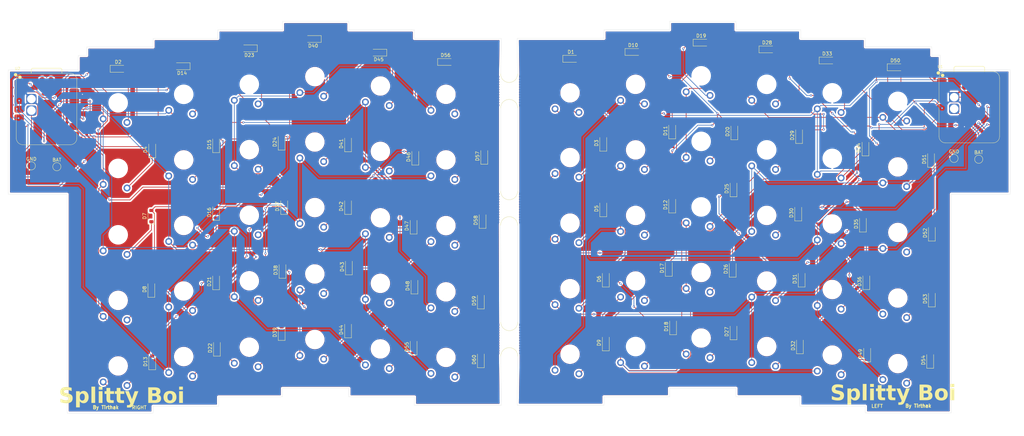
<source format=kicad_pcb>
(kicad_pcb (version 20241229) (generator "pcbnew") (generator_version "9.0")
  (layers (0 "F.Cu" signal) (2 "B.Cu" signal) (13 "F.Paste" user) (15 "B.Paste" user) (5 "F.SilkS" user "F.Silkscreen") (7 "B.SilkS" user "B.Silkscreen") (1 "F.Mask" user) (3 "B.Mask" user) (25 "Edge.Cuts" user))
  (net 0 "")
  (net 1 "COL0")
  (net 2 "Net-(D1-K)")
  (net 3 "Net-(D2-K)")
  (net 4 "Net-(D3-K)")
  (net 5 "Net-(D4-K)")
  (net 6 "Net-(D5-K)")
  (net 7 "COL1")
  (net 8 "Net-(D6-K)")
  (net 9 "Net-(D7-K)")
  (net 10 "Net-(D8-K)")
  (net 11 "Net-(D9-K)")
  (net 12 "Net-(D10-K)")
  (net 13 "Net-(D11-K)")
  (net 14 "Net-(D12-K)")
  (net 15 "Net-(D13-K)")
  (net 16 "Net-(D14-K)")
  (net 17 "Net-(D15-K)")
  (net 18 "Net-(D16-K)")
  (net 19 "Net-(D17-K)")
  (net 20 "Net-(D18-K)")
  (net 21 "Net-(D19-K)")
  (net 22 "Net-(D20-K)")
  (net 23 "Net-(D21-K)")
  (net 24 "Net-(D22-K)")
  (net 25 "Net-(D23-K)")
  (net 26 "Net-(D24-K)")
  (net 27 "COL2")
  (net 28 "Net-(D25-K)")
  (net 29 "COL3")
  (net 30 "Net-(D26-K)")
  (net 31 "Net-(D27-K)")
  (net 32 "Net-(D28-K)")
  (net 33 "Net-(D29-K)")
  (net 34 "Net-(D30-K)")
  (net 35 "Net-(D31-K)")
  (net 36 "Net-(D32-K)")
  (net 37 "Net-(D33-K)")
  (net 38 "Net-(D34-K)")
  (net 39 "Net-(D35-K)")
  (net 40 "Net-(D36-K)")
  (net 41 "Net-(D37-K)")
  (net 42 "Net-(D38-K)")
  (net 43 "Net-(D39-K)")
  (net 44 "Net-(D40-K)")
  (net 45 "Net-(D41-K)")
  (net 46 "Net-(D42-K)")
  (net 47 "Net-(D43-K)")
  (net 48 "Net-(D44-K)")
  (net 49 "Net-(D45-K)")
  (net 50 "Net-(D46-K)")
  (net 51 "Net-(D47-K)")
  (net 52 "Net-(D48-K)")
  (net 53 "Net-(D49-K)")
  (net 54 "COL4")
  (net 55 "Net-(D50-K)")
  (net 56 "Net-(D51-K)")
  (net 57 "Net-(D52-K)")
  (net 58 "Net-(D53-K)")
  (net 59 "Net-(D54-K)")
  (net 60 "Net-(D55-K)")
  (net 61 "Net-(D56-K)")
  (net 62 "Net-(D57-K)")
  (net 63 "Net-(D58-K)")
  (net 64 "Net-(D59-K)")
  (net 65 "Net-(D60-K)")
  (net 66 "ROW2")
  (net 67 "ROW3")
  (net 68 "ROW4")
  (net 69 "ROW5")
  (net 70 "ROW0")
  (net 71 "ROW1")
  (net 72 "Net-(U1-BAT)")
  (net 73 "Net-(U2-BAT)")
  (net 74 "GND")
  (footprint "Gyatt:SW_KS33_1u" (layer "F.Cu") (at 92.25 83.9)
    (property "Reference" "SW42" (hide yes))
    (property "Value" "SW_Push")
  )
  (footprint "Diode_SMD:D_SOD-123" (layer "F.Cu") (at 121.25 124.8 90)
    (property "Reference" "D55")
    (property "Value" "D")
  )
  (footprint "Diode_SMD:D_SOD-123" (layer "F.Cu") (at 254.188 105.612 90)
    (property "Reference" "D36")
    (property "Value" "D")
  )
  (footprint "TestPoint:TestPoint_Pad_D2.0mm" (layer "F.Cu") (at 287.188 69.712)
    (property "Reference" "BAT")
    (property "Value" "BAT")
  )
  (footprint "Gyatt:SW_KS33_1u" (layer "F.Cu") (at 130.75 69.9)
    (property "Reference" "SW57" (hide yes))
    (property "Value" "SW_Push")
  )
  (footprint "Gyatt:SW_KS33_1u" (layer "F.Cu") (at 244.188 50.212)
    (property "Reference" "SW33" (hide yes))
    (property "Value" "SW_Push")
  )
  (footprint "Gyatt:SW_KS33_1u" (layer "F.Cu") (at 224.938 47.712)
    (property "Reference" "SW28" (hide yes))
    (property "Value" "SW_Push")
  )
  (footprint "Gyatt:SW_KS33_1u" (layer "F.Cu") (at 92.25 64.65)
    (property "Reference" "SW41" (hide yes))
    (property "Value" "SW_Push")
  )
  (footprint "Diode_SMD:D_SOD-123" (layer "F.Cu") (at 102 119.8 90)
    (property "Reference" "D44")
    (property "Value" "D")
  )
  (footprint "Gyatt Too:mouse-bite-5mm-slot" (layer "F.Cu") (at 149.35 122.55 90)
    (property "Reference" "mouse-bite-5mm-slot" (hide yes))
    (property "Value" "VAL**" (hide yes))
  )
  (footprint "Diode_SMD:D_SOD-123" (layer "F.Cu") (at 91.75 34.4 180)
    (property "Reference" "D40")
    (property "Value" "D")
  )
  (footprint "Gyatt:SW_KS33_1u" (layer "F.Cu") (at 73 47.7)
    (property "Reference" "SW23" (hide yes))
    (property "Value" "SW_Push")
  )
  (footprint "TestPoint:TestPoint_Pad_D2.0mm" (layer "F.Cu") (at 9 71.65)
    (property "Reference" "GND")
    (property "Value" "GND")
  )
  (footprint "Gyatt:SW_KS33_1u" (layer "F.Cu") (at 111.5 67.4)
    (property "Reference" "SW46" (hide yes))
    (property "Value" "SW_Push")
  )
  (footprint "Gyatt:SW_KS33_1u" (layer "F.Cu") (at 34.5 72.4)
    (property "Reference" "SW4" (hide yes))
    (property "Value" "SW_Push")
  )
  (footprint "Diode_SMD:D_SOD-123" (layer "F.Cu") (at 254.438 126.862 90)
    (property "Reference" "D49")
    (property "Value" "D")
  )
  (footprint "Gyatt:SW_KS33_1u" (layer "F.Cu") (at 205.688 102.962)
    (property "Reference" "SW26" (hide yes))
    (property "Value" "SW_Push")
  )
  (footprint "Diode_SMD:D_SOD-123" (layer "F.Cu") (at 167.438 40.212)
    (property "Reference" "D1")
    (property "Value" "D")
  )
  (footprint "Gyatt:SW_KS33_1u" (layer "F.Cu") (at 186.438 66.962)
    (property "Reference" "SW11" (hide yes))
    (property "Value" "SW_Push")
  )
  (footprint "Gyatt:SW_KS33_1u" (layer "F.Cu") (at 167.188 107.712)
    (property "Reference" "SW6" (hide yes))
    (property "Value" "SW_Push")
  )
  (footprint "Diode_SMD:D_SOD-123" (layer "F.Cu") (at 205.688 35.462)
    (property "Reference" "D19")
    (property "Value" "D")
  )
  (footprint "Diode_SMD:D_SOD-123" (layer "F.Cu") (at 196.188 101.712 90)
    (property "Reference" "D17")
    (property "Value" "D")
  )
  (footprint "Diode_SMD:D_SOD-123" (layer "F.Cu") (at 82.5 120.55 90)
    (property "Reference" "D39")
    (property "Value" "D")
  )
  (footprint "Diode_SMD:D_SOD-123" (layer "F.Cu") (at 141.5 87.65 90)
    (property "Reference" "D58")
    (property "Value" "D")
  )
  (footprint "Gyatt:SW_KS33_1u" (layer "F.Cu") (at 244.188 107.962)
    (property "Reference" "SW36" (hide yes))
    (property "Value" "SW_Push")
  )
  (footprint "Diode_SMD:D_SOD-123" (layer "F.Cu") (at 176.938 84.212 90)
    (property "Reference" "D5")
    (property "Value" "D")
  )
  (footprint "Gyatt:SW_KS33_1u" (layer "F.Cu") (at 263.438 129.712)
    (property "Reference" "SW54" (hide yes))
    (property "Value" "SW_Push")
  )
  (footprint "Gyatt:SW_KS33_1u" (layer "F.Cu") (at 205.688 122.212)
    (property "Reference" "SW27" (hide yes))
    (property "Value" "SW_Push")
  )
  (footprint "Gyatt:SW_KS33_1u" (layer "F.Cu") (at 263.438 91.212)
    (property "Reference" "SW52" (hide yes))
    (property "Value" "SW_Push")
  )
  (footprint "Diode_SMD:D_SOD-123" (layer "F.Cu") (at 44.25 107.9 90)
    (property "Reference" "D8")
    (property "Value" "D")
  )
  (footprint "Gyatt:SW_KS33_1u" (layer "F.Cu") (at 73 124.9)
    (property "Reference" "SW39" (hide yes))
    (property "Value" "SW_Push")
  )
  (footprint "Diode_SMD:D_SOD-123" (layer "F.Cu") (at 177.688 104.862 90)
    (property "Reference" "D6")
    (property "Value" "D")
  )
  (footprint "Gyatt:SW_KS33_1u" (layer "F.Cu") (at 130.75 50.65)
    (property "Reference" "SW56" (hide yes))
    (property "Value" "SW_Push")
  )
  (footprint "Diode_SMD:D_SOD-123" (layer "F.Cu") (at 44.25 86.4 90)
    (property "Reference" "D7")
    (property "Value" "D")
  )
  (footprint "TestPoint:TestPoint_Pad_D2.0mm" (layer "F.Cu") (at 16.5 71.9)
    (property "Reference" "BAT")
    (property "Value" "BAT")
  )
  (footprint "Diode_SMD:D_SOD-123" (layer "F.Cu") (at 253.938 66.362 90)
    (property "Reference" "D34")
    (property "Value" "D")
  )
  (footprint "Gyatt:SW_KS33_1u" (layer "F.Cu") (at 186.438 124.712)
    (property "Reference" "SW18" (hide yes))
    (property "Value" "SW_Push")
  )
  (footprint "Gyatt:SW_KS33_1u" (layer "F.Cu") (at 205.688 64.462)
    (property "Reference" "SW20" (hide yes))
    (property "Value" "SW_Push")
  )
  (footprint "Diode_SMD:D_SOD-123" (layer "F.Cu") (at 63.25 65.4 90)
    (property "Reference" "D15")
    (property "Value" "D")
  )
  (footprint "Gyatt:SW_KS33_1u" (layer "F.Cu") (at 186.438 105.462)
    (property "Reference" "SW17" (hide yes))
    (property "Value" "SW_Push")
  )
  (footprint "Diode_SMD:D_SOD-123" (layer "F.Cu") (at 273.438 110.712 90)
    (property "Reference" "D53")
    (property "Value" "D")
  )
  (footprint "Gyatt:SW_KS33_1u" (layer "F.Cu") (at 186.438 47.712)
    (property "Reference" "SW10" (hide yes))
    (property "Value" "SW_Push")
  )
  (footprint "Gyatt:SW_KS33_1u" (layer "F.Cu") (at 34.5 111.15)
    (property "Reference" "SW8" (hide yes))
    (property "Value" "SW_Push")
  )
  (footprint "Diode_SMD:D_SOD-123" (layer "F.Cu") (at 215.188 78.362 90)
    (property "Reference" "D25")
    (property "Value" "D")
  )
  (footprint "Diode_SMD:D_SOD-123" (layer "F.Cu") (at 34.5 43.15)
    (property "Reference" "D2")
    (property "Value" "D")
  )
  (footprint "Gyatt:SW_KS33_1u" (layer "F.Cu") (at 224.938 66.962)
    (property "Reference" "SW29" (hide yes))
    (property "Value" "SW_Push")
  )
  (footprint "Diode_SMD:D_SOD-123" (layer "F.Cu") (at 141 128.55 90)
    (property "Reference" "D60")
    (property "Value" "D")
  )
  (footprint "Diode_SMD:D_SOD-123" (layer "F.Cu") (at 141 111.3 90)
    (property "Reference" "D59")
    (property "Value" "D")
  )
  (footprint "Diode_SMD:D_SOD-123" (layer "F.Cu") (at 242.688 40.712)
    (property "Reference" "D33")
    (property "Value" "D")
  )
  (footprint "Diode_SMD:D_SOD-123" (layer "F.Cu") (at 234.438 62.712 90)
    (property "Reference" "D29")
    (property "Value" "D")
  )
  (footprint "Gyatt:SW_KS33_1u" (layer "F.Cu") (at 111.5 86.9)
    (property "Reference" "SW47" (hide yes))
    (property "Value" "SW_Push")
  )
  (footprint "Diode_SMD:D_SOD-123" (layer "F.Cu") (at 73 37.15 180)
    (property "Reference" "D23")
    (property "Value" "D")
  )
  (footprint "Diode_SMD:D_SOD-123" (layer "F.Cu") (at 215.188 120.362 90)
    (property "Reference" "D27")
    (property "Value" "D")
  )
  (footprint "Diode_SMD:D_SOD-123" (layer "F.Cu") (at 111 38.4 180)
    (property "Reference" "D45")
    (property "Value" "D")
  )
  (footprint "Gyatt:SW_KS33_1u" (layer "F.Cu") (at 53.75 127.65)
    (property "Reference" "SW22" (hide yes))
    (property "Value" "SW_Push")
  )
  (footprint "Diode_SMD:D_SOD-123" (layer "F.Cu") (at 176.938 64.962 90)
    (property "Reference" "D3")
    (property "Value" "D")
  )
  (footprint "Diode_SMD:D_SOD-123" (layer "F.Cu") (at 63.5 125.15 90)
    (property "Reference" "D22")
    (property "Value" "D")
  )
  (footprint "Gyatt:SW_KS33_1u" (layer "F.Cu") (at 130.75 108.65)
    (property "Reference" "SW59" (hide yes))
    (property "Value" "SW_Push")
  )
  (footprint "Diode_SMD:D_SOD-123" (layer "F.Cu") (at 83.25 83.55 90)
    (property "Reference" "D37")
    (property "Value" "D")
  )
  (footprint "Gyatt:SW_KS33_1u" (layer "F.Cu") (at 263.438 110.462)
    (property "Reference" "SW53" (hide yes))
    (property "Value" "SW_Push")
  )
  (footprint "Gyatt:SW_KS33_1u" (layer "F.Cu") (at 34.5 91.9)
    (property "Reference" "SW7" (hide yes))
    (property "Value" "SW_Push")
  )
  (footprint "Diode_SMD:D_SOD-123" (layer "F.Cu") (at 102 65.15 90)
    (property "Reference" "D41")
    (property "Value" "D")
  )
  (footprint "Diode_SMD:D_SOD-123" (layer "F.Cu") (at 130.65 41.15)
    (property "Reference" "D56")
    (property "Value" "D")
  )
  (footprint "Diode_SMD:D_SOD-123" (layer "F.Cu") (at 273.438 91.362 90)
    (property "Reference" "D52")
    (property "Value" "D")
  )
  (footprint "Skibidi Too:modified-XIAO-nRF52840-SMD" (layer "F.Cu") (at 284.473 54.4905)
    (property "Reference" "U1")
    (property "Value" "XIAO-nRF52840-SMD")
  )
  (footprint "Gyatt:SW_KS33_1u" (layer "F.Cu") (at 130.75 127.9)
    (property "Reference" "SW60" (hide yes))
    (property "Value" "SW_Push")
  )
  (footprint "Gyatt:SW_KS33_1u" (layer "F.Cu") (at 244.188 127.212)
    (property "Reference" "SW49" (hide yes))
    (property "Value" "SW_Push")
  )
  (footprint "Diode_SMD:D_SOD-123" (layer "F.Cu") (at 121.75 69.05 90)
    (property "Reference" "D46")
    (property "Value" "D")
  )
  (footprint "Diode_SMD:D_SOD-123" (layer "F.Cu") (at 215.438 61.612 90)
    (property "Reference" "D20")
    (property "Value" "D")
  )
  (footprint "Gyatt:SW_KS33_1u" (layer "F.Cu") (at 224.938 105.462)
    (property "Reference" "SW31" (hide yes))
    (property "Value" "SW_Push")
  )
  (footprint "Diode_SMD:D_SOD-123" (layer "F.Cu") (at 235.188 104.862 90)
    (property "Reference" "D31")
    (property "Value" "D")
  )
  (footprint "Gyatt:SW_KS33_1u" (layer "F.Cu") (at 186.438 86.212)
    (property "Reference" "SW12" (hide yes))
    (property "Value" "SW_Push")
  )
  (footprint "Gyatt:SW_KS33_1u" (layer "F.Cu") (at 53.75 69.9)
    (property "Reference" "SW15" (hide yes))
    (property "Value" "SW_Push")
  )
  (footprint "Diode_SMD:D_SOD-123" (layer "F.Cu") (at 197.438 118.862 90)
    (property "Reference" "D18")
    (property "Value" "D")
  )
  (footprint "Diode_SMD:D_SOD-123" (layer "F.Cu") (at 63.25 85.3 90)
    (property "Reference" "D16")
    (property "Value" "D")
  )
  (footprint "Diode_SMD:D_SOD-123" (layer "F.Cu") (at 82.5 64.65 90)
    (property "Reference" "D24")
    (property "Value" "D")
  )
  (footprint "Diode_SMD:D_SOD-123" (layer "F.Cu") (at 214.938 101.962 90)
    (property "Reference" "D26")
    (property "Value" "D")
  )
  (footprint "Diode_SMD:D_SOD-123" (layer "F.Cu") (at 225.038 37.462)
    (property "Reference" "D28")
    (property "Value" "D")
  )
  (footprint "Gyatt:SW_KS33_1u" (layer "F.Cu") (at 167.188 69.212)
    (property "Reference" "SW3" (hide yes))
    (property "Value" "SW_Push")
  )
  (footprint "Diode_SMD:D_SOD-123" (layer "F.Cu") (at 44.5 66.9 90)
    (property "Reference" "D4")
    (property "Value" "D")
  )
  (footprint "Diode_SMD:D_SOD-123" (layer "F.Cu") (at 253.188 88.712 90)
    (property "Reference" "D35")
    (property "Value" "D")
  )
  (footprint "TestPoint:TestPoint_Pad_D2.0mm" (layer "F.Cu") (at 279.938 69.462)
    (property "Reference" "GND")
    (property "Value" "GND")
  )
  (footprint "Diode_SMD:D_SOD-123" (layer "F.Cu") (at 63.25 105.65 90)
    (property "Reference" "D21")
    (property "Value" "D")
  )
  (footprint "Gyatt:SW_KS33_1u" (layer "F.Cu") (at 224.938 124.712)
    (property "Reference" "SW32" (hide yes))
    (property "Value" "SW_Push")
  )
  (footprint "Diode_SMD:D_SOD-123" (layer "F.Cu") (at 273.188 69.712 90)
    (property "Reference" "D51")
    (property "Value" "D")
  )
  (footprint "Gyatt:SW_KS33_1u" (layer "F.Cu") (at 244.188 88.712)
    (property "Reference" "SW35" (hide yes))
    (property "Value" "SW_Push")
  )
  (footprint "Gyatt:SW_KS33_1u" (layer "F.Cu") (at 73 86.15)
    (property "Reference" "SW37" (hide yes))
    (property "Value" "SW_Push")
  )
  (footprint "Diode_SMD:D_SOD-123" (layer "F.Cu") (at 234.188 85.462 90)
    (property "Reference" "D30")
    (property "Value" "D")
  )
  (footprint "Skibidi Too:modified-XIAO-nRF52840-SMD" (layer "F.Cu") (at 13.535 55.02)
    (property "Reference" "U2")
    (property "Value" "XIAO-nRF52840-SMD")
  )
  (footprint "Gyatt:SW_KS33_1u" (layer "F.Cu") (at 34.5 130.4)
    (property "Reference" "SW13" (hide yes))
    (property "Value" "SW_Push")
  )
  (footprint "Diode_SMD:D_SOD-123" (layer "F.Cu") (at 121.5 106.9 90)
    (property "Reference" "D48")
    (property "Value" "D")
  )
  (footprint "Gyatt:SW_KS33_1u" (layer "F.Cu") (at 224.938 86.212)
    (property "Reference" "SW30" (hide yes))
    (property "Value" "SW_Push")
  )
  (footprint "Diode_SMD:D_SOD-123" (layer "F.Cu") (at 102.25 101.3 90)
    (property "Reference" "D43")
    (property "Value" "D")
  )
  (footprint "Diode_SMD:D_SOD-123" (layer "F.Cu") (at 142 68.8 90)
    (property "Reference" "D57")
    (property "Value" "D")
  )
  (footprint "Diode_SMD:D_SOD-123" (layer "F.Cu") (at 102 83.55 90)
    (property "Reference" "D42")
    (property "Value" "D")
  )
  (footprint "Diode_SMD:D_SOD-123" (layer "F.Cu") (at 262.688 42.712)
    (property "Reference" "D50")
    (property "Value" "D")
  )
  (footprint "Gyatt:SW_KS33_1u" (layer "F.Cu") (at 53.75 108.4)
    (property "Reference" "SW21" (hide yes))
    (property "Value" "SW_Push")
  )
  (footprint "Gyatt Too:mouse-bite-5mm-slot" (layer "F.Cu") (at 149.3 84.1 90)
    (property "Reference" "mouse-bite-5mm-slot" (hide yes))
    (property "Value" "VAL**" (hide yes))
  )
  (footprint "Gyatt:SW_KS33_1u" (layer "F.Cu") (at 34.5 53.15)
    (property "Reference" "SW2" (hide yes))
    (property "Value" "SW_Push")
  )
  (footprint "Gyatt:SW_KS33_1u" (layer "F.Cu") (at 167.188 88.462)
    (property "Reference" "SW5" (hide yes))
    (property "Value" "SW_Push")
  )
  (footprint "Gyatt Too:mouse-bite-5mm-slot" (layer "F.Cu") (at 149.3 49.65 90)
    (property "Reference" "mouse-bite-5mm-slot" (hide yes))
    (property "Value" "VAL**" (hide yes))
  )
  (footprint "Gyatt:SW_KS33_1u" (layer "F.Cu") (at 92.25 45.45)
    (property "Reference" "SW40" (hide yes))
    (property "Value" "SW_Push")
  )
  (footprint "Gyatt:SW_KS33_1u" (layer "F.Cu") (at 263.438 71.962)
    (property "Reference" "SW51" (hide yes))
    (property "Value" "SW_Push")
  )
  (footprint "Gyatt:SW_KS33_1u" (layer "F.Cu") (at 92.25 103.4)
    (property "Reference" "SW43" (hide yes))
    (property "Value" "SW_Push")
  )
  (footprint "Diode_SMD:D_SOD-123" (layer "F.Cu") (at 44.5 129.15 90)
    (property "Reference" "D13")
    (property "Value" "D")
  )
  (footprint "Gyatt:SW_KS33_1u" (layer "F.Cu") (at 130.75 89.2)
    (property "Reference" "SW58" (hide yes))
    (property "Value" "SW_Push")
  )
  (footprint "Diode_SMD:D_SOD-123" (layer "F.Cu") (at 121.25 89.3 90)
    (property "Reference" "D47")
    (property "Value" "D")
  )
  (footprint "Diode_SMD:D_SOD-123" (layer "F.Cu") (at 234.688 124.462 90)
    (property "Reference" "D32")
    (property "Value" "D")
  )
  (footprint "Gyatt:SW_KS33_1u" (layer "F.Cu") (at 92.25 122.65)
    (property "Reference" "SW44" (hide yes))
    (property "Value" "SW_Push")
  )
  (footprint "Diode_SMD:D_SOD-123" (layer "F.Cu") (at 82.75 102.3 90)
    (property "Reference" "D38")
    (property "Value" "D")
  )
  (footprint "Gyatt:SW_KS33_1u" (layer "F.Cu") (at 73 105.4)
    (property "Reference" "SW38" (hide yes))
    (property "Value" "SW_Push")
  )
  (footprint "Diode_SMD:D_SOD-123" (layer "F.Cu") (at 53.25 42.4 180)
    (property "Reference" "D14")
    (property "Value" "D")
  )
  (footprint "Gyatt:SW_KS33_1u" (layer "F.Cu") (at 167.188 126.962)
    (property "Reference" "SW9" (hide yes))
    (property "Value" "SW_Push")
  )
  (footprint "Gyatt:SW_KS33_1u" (layer "F.Cu") (at 111.5 48.2)
    (property "Reference" "SW45" (hide yes))
    (property "Value" "SW_Push")
  )
  (footprint "Gyatt:SW_KS33_1u" (layer "F.Cu") (at 53.75 50.65)
    (property "Reference" "SW14" (hide yes))
    (property "Value" "SW_Push")
  )
  (footprint "Gyatt:SW_KS33_1u" (layer "F.Cu") (at 244.188 69.462)
    (property "Reference" "SW34" (hide yes))
    (property "Value" "SW_Push")
  )
  (footprint "Diode_SMD:D_SOD-123" (layer "F.Cu") (at 177.688 123.612 90)
    (property "Reference" "D9")
    (property "Value" "D")
  )
  (footprint "Gyatt:SW_KS33_1u" (layer "F.Cu") (at 205.688 83.712)
    (property "Reference" "SW25" (hide yes))
    (property "Value" "SW_Push")
  )
  (footprint "Gyatt:SW_KS33_1u" (layer "F.Cu") (at 111.5 106.15)
    (property "Reference" "SW48" (hide yes))
    (property "Value" "SW_Push")
  )
  (footprint "Diode_SMD:D_SOD-123" (layer "F.Cu") (at 185.688 38.212)
    (property "Reference" "D10")
    (property "Value" "D")
  )
  (footprint "Gyatt:SW_KS33_1u" (layer "F.Cu") (at 167.188 50.212)
    (property "Reference" "SW1" (hide yes))
    (property "Value" "SW_Push")
  )
  (footprint "Diode_SMD:D_SOD-123" (layer "F.Cu") (at 272.938 128.712 90)
    (property "Reference" "D54")
    (property "Value" "D")
  )
  (footprint "Diode_SMD:D_SOD-123" (layer "F.Cu") (at 197.188 83.112 90)
    (property "Reference" "D12")
    (property "Value" "D")
  )
  (footprint "Gyatt:SW_KS33_1u" (layer "F.Cu") (at 205.688 45.212)
    (property "Reference" "SW19" (hide yes))
    (property "Value" "SW_Push")
  )
  (footprint "Gyatt:SW_KS33_1u" (layer "F.Cu") (at 73 66.9)
    (property "Reference" "SW24" (hide yes))
    (property "Value" "SW_Push")
  )
  (footprint "Gyatt:SW_KS33_1u" (layer "F.Cu") (at 111.5 125.4)
    (property "Reference" "SW55" (hide yes))
    (property "Value" "SW_Push")
  )
  (footprint "Gyatt:SW_KS33_1u" (layer "F.Cu") (at 53.75 89.15)
    (property "Reference" "SW16" (hide yes))
    (property "Value" "SW_Push")
  )
  (footprint "Gyatt:SW_KS33_1u" (layer "F.Cu") (at 263.438 52.712)
    (property "Reference" "SW50" (hide yes))
    (property "Value" "SW_Push")
  )
  (footprint "Diode_SMD:D_SOD-123" (layer "F.Cu") (at 197.188 61.362 90)
    (property "Reference" "D11")
    (property "Value" "D")
  )
  (gr_line (start 234.912 34.213) (end 253.912 34.213) (stroke (width 0.05)) (layer "Edge.Cuts"))
  (gr_line (start 121.5 34.25) (end 121.5 31.75) (stroke (width 0.05)) (layer "Edge.Cuts"))
  (gr_arc (start 146.8 127.55) (mid 149.35 125) (end 151.9 127.55) (stroke (width 0.05)) (layer "Edge.Cuts"))
  (gr_arc (start 151.8 79.1) (mid 149.3 81.6) (end 146.8 79.1) (stroke (width 0.05)) (layer "Edge.Cuts"))
  (gr_line (start 22.75 43.5) (end 2.25 43.5) (stroke (width 0.05)) (layer "Edge.Cuts"))
  (gr_arc (start 151.85 117.55) (mid 149.35 120.05) (end 146.85 117.55) (stroke (width 0.05)) (layer "Edge.Cuts"))
  (gr_line (start 25.25 36.75) (end 25.25 39.25) (stroke (width 0.05)) (layer "Edge.Cuts"))
  (gr_line (start 20.25 144.25) (end 44.75 144.25) (stroke (width 0.05)) (layer "Edge.Cuts"))
  (gr_line (start 177.162 139.463) (end 177.162 141.963) (stroke (width 0.05)) (layer "Edge.Cuts"))
  (gr_line (start 44.75 36.75) (end 25.25 36.75) (stroke (width 0.05)) (layer "Edge.Cuts"))
  (gr_line (start 275.912 43.463) (end 296.412 43.463) (stroke (width 0.05)) (layer "Edge.Cuts"))
  (gr_line (start 82.75 29.25) (end 82.75 31.75) (stroke (width 0.05)) (layer "Edge.Cuts"))
  (gr_line (start 273.412 39.213) (end 275.912 39.213) (stroke (width 0.05)) (layer "Edge.Cuts"))
  (gr_line (start 82.75 31.75) (end 63.75 31.75) (stroke (width 0.05)) (layer "Edge.Cuts"))
  (gr_line (start 82.75 139.5) (end 82.75 137) (stroke (width 0.05)) (layer "Edge.Cuts"))
  (gr_line (start 177.162 34.213) (end 177.162 31.713) (stroke (width 0.05)) (layer "Edge.Cuts"))
  (gr_line (start 296.412 43.463) (end 296.412 79.963) (stroke (width 0.05)) (layer "Edge.Cuts"))
  (gr_line (start 19.5 144.25) (end 20.25 144.25) (stroke (width 0.05)) (layer "Edge.Cuts"))
  (gr_line (start 177.162 31.713) (end 196.412 31.713) (stroke (width 0.05)) (layer "Edge.Cuts"))
  (gr_line (start 234.662 139.463) (end 215.912 139.463) (stroke (width 0.05)) (layer "Edge.Cuts"))
  (gr_line (start 278.412 144.213) (end 253.912 144.213) (stroke (width 0.05)) (layer "Edge.Cuts"))
  (gr_line (start 215.912 139.463) (end 215.912 136.963) (stroke (width 0.05)) (layer "Edge.Cuts"))
  (gr_line (start 146.8 44.7) (end 147 34.25) (stroke (width 0.05)) (layer "Edge.Cuts"))
  (gr_arc (start 146.75 89.1) (mid 149.3 86.55) (end 151.85 89.1) (stroke (width 0.05)) (layer "Edge.Cuts"))
  (gr_line (start 151.662 34.213) (end 177.162 34.213) (stroke (width 0.05)) (layer "Edge.Cuts"))
  (gr_line (start 234.662 142.213) (end 234.662 139.463) (stroke (width 0.05)) (layer "Edge.Cuts"))
  (gr_line (start 44.75 34.25) (end 44.75 36.75) (stroke (width 0.05)) (layer "Edge.Cuts"))
  (gr_line (start 63.75 34.25) (end 44.75 34.25) (stroke (width 0.05)) (layer "Edge.Cuts"))
  (gr_line (start 25.25 39.25) (end 22.75 39.25) (stroke (width 0.05)) (layer "Edge.Cuts"))
  (gr_line (start 121.5 139.5) (end 121.5 142) (stroke (width 0.05)) (layer "Edge.Cuts"))
  (gr_line (start 121.5 31.75) (end 102.25 31.75) (stroke (width 0.05)) (layer "Edge.Cuts"))
  (gr_line (start 234.912 31.713) (end 234.912 34.213) (stroke (width 0.05)) (layer "Edge.Cuts"))
  (gr_line (start 44.75 144.25) (end 44.75 142.25) (stroke (width 0.05)) (layer "Edge.Cuts"))
  (gr_line (start 151.9 127.55) (end 151.662 141.963) (stroke (width 0.05)) (layer "Edge.Cuts"))
  (gr_line (start 215.912 136.963) (end 196.412 136.963) (stroke (width 0.05)) (layer "Edge.Cuts"))
  (gr_line (start 196.412 31.713) (end 196.412 29.213) (stroke (width 0.05)) (layer "Edge.Cuts"))
  (gr_line (start 82.75 137) (end 102.25 137) (stroke (width 0.05)) (layer "Edge.Cuts"))
  (gr_line (start 102.25 139.5) (end 121.5 139.5) (stroke (width 0.05)) (layer "Edge.Cuts"))
  (gr_line (start 121.5 142) (end 147 142) (stroke (width 0.05)) (layer "Edge.Cuts"))
  (gr_line (start 177.162 141.963) (end 151.662 141.963) (stroke (width 0.05)) (layer "Edge.Cuts"))
  (gr_line (start 253.912 142.213) (end 234.662 142.213) (stroke (width 0.05)) (layer "Edge.Cuts"))
  (gr_line (start 273.412 36.713) (end 273.412 39.213) (stroke (width 0.05)) (layer "Edge.Cuts"))
  (gr_arc (start 151.8 44.7) (mid 149.3 47.2) (end 146.8 44.7) (stroke (width 0.05)) (layer "Edge.Cuts"))
  (gr_line (start 151.8 54.65) (end 151.8 79.1) (stroke (width 0.05)) (layer "Edge.Cuts"))
  (gr_line (start 63.75 31.75) (end 63.75 34.25) (stroke (width 0.05)) (layer "Edge.Cuts"))
  (gr_line (start 253.912 144.213) (end 253.912 142.213) (stroke (width 0.05)) (layer "Edge.Cuts"))
  (gr_line (start 196.412 139.463) (end 177.162 139.463) (stroke (width 0.05)) (layer "Edge.Cuts"))
  (gr_line (start 64 139.5) (end 82.75 139.5) (stroke (width 0.05)) (layer "Edge.Cuts"))
  (gr_line (start 296.412 79.963) (end 279.162 79.963) (stroke (width 0.05)) (layer "Edge.Cuts"))
  (gr_line (start 215.912 31.713) (end 234.912 31.713) (stroke (width 0.05)) (layer "Edge.Cuts"))
  (gr_line (start 151.662 34.213) (end 151.8 44.7) (stroke (width 0.05)) (layer "Edge.Cuts"))
  (gr_arc (start 146.8 54.65) (mid 149.3 52.15) (end 151.8 54.65) (stroke (width 0.05)) (layer "Edge.Cuts"))
  (gr_line (start 275.912 39.213) (end 275.912 43.463) (stroke (width 0.05)) (layer "Edge.Cuts"))
  (gr_line (start 102.25 31.75) (end 102.25 29.25) (stroke (width 0.05)) (layer "Edge.Cuts"))
  (gr_line (start 64 142.25) (end 64 139.5) (stroke (width 0.05)) (layer "Edge.Cuts"))
  (gr_line (start 215.912 29.213) (end 215.912 31.713) (stroke (width 0.05)) (layer "Edge.Cuts"))
  (gr_line (start 196.412 136.963) (end 196.412 139.463) (stroke (width 0.05)) (layer "Edge.Cuts"))
  (gr_line (start 279.162 144.213) (end 278.412 144.213) (stroke (width 0.05)) (layer "Edge.Cuts"))
  (gr_line (start 279.162 79.963) (end 279.162 144.213) (stroke (width 0.05)) (layer "Edge.Cuts"))
  (gr_line (start 102.25 137) (end 102.25 139.5) (stroke (width 0.05)) (layer "Edge.Cuts"))
  (gr_line (start 2.25 43.5) (end 2.25 80) (stroke (width 0.05)) (layer "Edge.Cuts"))
  (gr_line (start 253.912 36.713) (end 273.412 36.713) (stroke (width 0.05)) (layer "Edge.Cuts"))
  (gr_line (start 147 142) (end 146.8 127.55) (stroke (width 0.05)) (layer "Edge.Cuts"))
  (gr_line (start 102.25 29.25) (end 82.75 29.25) (stroke (width 0.05)) (layer "Edge.Cuts"))
  (gr_line (start 147 34.25) (end 121.5 34.25) (stroke (width 0.05)) (layer "Edge.Cuts"))
  (gr_line (start 44.75 142.25) (end 64 142.25) (stroke (width 0.05)) (layer "Edge.Cuts"))
  (gr_line (start 2.25 80) (end 19.5 80) (stroke (width 0.05)) (layer "Edge.Cuts"))
  (gr_line (start 151.85 117.55) (end 151.85 89.1) (stroke (width 0.05)) (layer "Edge.Cuts"))
  (gr_line (start 146.75 89.1) (end 146.85 117.55) (stroke (width 0.05)) (layer "Edge.Cuts"))
  (gr_line (start 196.412 29.213) (end 215.912 29.213) (stroke (width 0.05)) (layer "Edge.Cuts"))
  (gr_line (start 19.5 80) (end 19.5 144.25) (stroke (width 0.05)) (layer "Edge.Cuts"))
  (gr_line (start 253.912 34.213) (end 253.912 36.713) (stroke (width 0.05)) (layer "Edge.Cuts"))
  (gr_line (start 22.75 39.25) (end 22.75 43.5) (stroke (width 0.05)) (layer "Edge.Cuts"))
  (gr_line (start 146.8 54.65) (end 146.8 79.1) (stroke (width 0.05)) (layer "Edge.Cuts"))
  (gr_text "By Tirthak\n" (at 265.5 142.7 0) (layer "F.SilkS") (effects (font (size 1 1) (thickness 0.25) (bold yes)) (justify left bottom)))
  (gr_text "Splitty Boi" (at 35.55 139.4 0) (layer "F.SilkS") (effects (font (size 4.5 4.5) (thickness 0.2) (bold yes))))
  (gr_text "Splitty Boi" (at 262.05 138.6 0) (layer "F.SilkS") (effects (font (size 4.5 4.5) (thickness 0.2) (bold yes))))
  (gr_text "RIGHT\n" (at 38.4 143.2 0) (layer "F.SilkS") (effects (font (size 1 1) (thickness 0.2) (bold yes)) (justify left bottom)))
  (gr_text "By Tirthak\n" (at 26.9 143.15 0) (layer "F.SilkS") (effects (font (size 1 1) (thickness 0.25) (bold yes)) (justify left bottom)))
  (gr_text "LEFT\n" (at 255.55 142.2 0) (layer "F.SilkS") (effects (font (size 1 1) (thickness 0.2) (bold yes)) (justify left)))
  (segment (start 63.25 63.75) (end 62.9 63.75) (width 0.2) (layer "F.Cu") (net 1))
  (segment (start 71.25 35.9) (end 71.35 36) (width 0.2) (layer "F.Cu") (net 1))
  (segment (start 44.5 122.9) (end 51.5 115.9) (width 0.2) (layer "F.Cu") (net 1))
  (segment (start 38 63.15) (end 37.25 63.15) (width 0.2) (layer "F.Cu") (net 1))
  (segment (start 180.7293 59.962) (end 180.9793 59.712) (width 0.2) (layer "F.Cu") (net 1))
  (segment (start 71.35 37.15) (end 69.25 37.15) (width 0.2) (layer "F.Cu") (net 1))
  (segment (start 44.5 127.5) (end 44.5 122.9) (width 0.2) (layer "F.Cu") (net 1))
  (segment (start 37.25 63.15) (end 27.75 63.15) (width 0.2) (layer "F.Cu") (net 1))
  (segment (start 177.338 63.312) (end 180.688 59.962) (width 0.2) (layer "F.Cu") (net 1))
  (segment (start 251.912 39.41) (end 253.912 41.41) (width 0.2) (layer "F.Cu") (net 1))
  (segment (start 46.25 63.65) (end 44.65 65.25) (width 0.2) (layer "F.Cu") (net 1))
  (segment (start 8.5 47.4) (end 8.75 47.65) (width 0.2) (layer "F.Cu") (net 1))
  (segment (start 177.688 118.562) (end 177.688 121.962) (width 0.2) (layer "F.Cu") (net 1))
  (segment (start 63.25 104) (end 66.4 104) (width 0.2) (layer "F.Cu") (net 1))
  (segment (start 40 47) (end 40 61.15) (width 0.2) (layer "F.Cu") (net 1))
  (segment (start 69 35.9) (end 71.25 35.9) (width 0.2) (layer "F.Cu") (net 1))
  (segment (start 71.35 36) (end 71.35 37.15) (width 0.2) (layer "F.Cu") (net 1))
  (segment (start 197.188 49.5033) (end 207.338 39.3533) (width 0.2) (layer "F.Cu") (net 1))
  (segment (start 45.5 43.15) (end 49.5 39.15) (width 0.2) (layer "F.Cu") (net 1))
  (segment (start 36.15 43.15) (end 45.5 43.15) (width 0.2) (layer "F.Cu") (net 1))
  (segment (start 176.938 63.312) (end 177.338 63.312) (width 0.2) (layer "F.Cu") (net 1))
  (segment (start 196.188 100.062) (end 198.438 97.812) (width 0.2) (layer "F.Cu") (net 1))
  (segment (start 44.65 65.25) (end 44.5 65.25) (width 0.2) (layer "F.Cu") (net 1))
  (segment (start 60.25 92.4) (end 57.75 89.9) (width 0.2) (layer "F.Cu") (net 1))
  (segment (start 49.5 39.15) (end 65.75 39.15) (width 0.2) (layer "F.Cu") (net 1))
  (segment (start 229.661 35.462) (end 233.609 39.41) (width 0.2) (layer "F.Cu") (net 1))
  (segment (start 180.688 59.962) (end 180.7293 59.962) (width 0.2) (layer "F.Cu") (net 1))
  (segment (start 59 106.15) (end 59.25 106.15) (width 0.2) (layer "F.Cu") (net 1))
  (segment (start 196.188 100.062) (end 177.688 118.562) (width 0.2) (layer "F.Cu") (net 1))
  (segment (start 27.75 63.15) (end 27.5 62.9) (width 0.2) (layer "F.Cu") (net 1))
  (segment (start 61.4 65.25) (end 44.5 65.25) (width 0.2) (layer "F.Cu") (net 1))
  (segment (start 198.438 97.812) (end 198.438 60.962) (width 0.2) (layer "F.Cu") (net 1))
  (segment (start 63.25 63.75) (end 64.6 63.75) (width 0.2) (layer "F.Cu") (net 1))
  (segment (start 40 61.15) (end 38 63.15) (width 0.2) (layer "F.Cu") (net 1))
  (segment (start 5.425 47.4) (end 8.5 47.4) (width 0.2) (layer "F.Cu") (net 1))
  (segment (start 61.4 104) (end 63.25 104) (width 0.2) (layer "F.Cu") (net 1))
  (segment (start 69.25 37.15) (end 66 40.4) (width 0.2) (layer "F.Cu") (net 1))
  (segment (start 169.088 47.8207) (end 180.9793 59.712) (width 0.2) (layer "F.Cu") (net 1))
  (segment (start 60.75 92.4) (end 60.25 92.4) (width 0.2) (layer "F.Cu") (net 1))
  (segment (start 36.15 43.15) (end 40 47) (width 0.2) (layer "F.Cu") (net 1))
  (segment (start 62.9 63.75) (end 61.4 65.25) (width 0.2) (layer "F.Cu") (net 1))
  (segment (start 66.4 104) (end 72.25 98.15) (width 0.2) (layer "F.Cu") (net 1))
  (segment (start 66 40.4) (end 49.75 40.4) (width 0.2) (layer "F.Cu") (net 1))
  (segment (start 49.75 40.4) (end 46.25 43.9) (width 0.2) (layer "F.Cu") (net 1))
  (segment (start 276.363 46.8705) (end 273.8725 46.8705) (width 0.2) (layer "F.Cu") (net 1))
  (segment (start 169.088 40.212) (end 169.088 47.8207) (width 0.2) (layer "F.Cu") (net 1))
  (segment (start 46.25 43.9) (end 46.25 63.65) (width 0.2) (layer "F.Cu") (net 1))
  (segment (start 207.338 35.462) (end 229.661 35.462) (width 0.2) (layer "F.Cu") (net 1))
  (segment (start 207.338 39.3533) (end 207.338 35.462) (width 0.2) (layer "F.Cu") (net 1))
  (segment (start 197.188 59.712) (end 197.188 49.5033) (width 0.2) (layer "F.Cu") (net 1))
  (segment (start 59.25 106.15) (end 61.4 104) (width 0.2) (layer "F.Cu") (net 1))
  (segment (start 273.8725 46.8705) (end 268.412 41.41) (width 0.2) (layer "F.Cu") (net 1))
  (segment (start 180.9793 59.712) (end 197.188 59.712) (width 0.2) (layer "F.Cu") (net 1))
  (segment (start 65.75 39.15) (end 69 35.9) (width 0.2) (layer "F.Cu") (net 1))
  (segment (start 198.438 60.962) (end 197.188 59.712) (width 0.2) (layer "F.Cu") (net 1))
  (segment (start 233.609 39.41) (end 251.912 39.41) (width 0.2) (layer "F.Cu") (net 1))
  (segment (start 253.912 41.41) (end 268.412 41.41) (width 0.2) (layer "F.Cu") (net 1))
  (segment (start 64.6 63.75) (end 65.25 64.4) (width 0.2) (layer "F.Cu") (net 1))
  (via (at 27.5 62.9) (size 0.6) (drill 0.3) (layers "F.Cu" "B.Cu") (net 1))
  (via (at 72.25 98.15) (size 0.6) (drill 0.3) (layers "F.Cu" "B.Cu") (net 1))
  (via (at 59 106.15) (size 0.6) (drill 0.3) (layers "F.Cu" "B.Cu") (net 1))
  (via (at 51.5 115.9) (size 0.6) (drill 0.3) (layers "F.Cu" "B.Cu") (net 1))
  (via (at 8.75 47.65) (size 0.6) (drill 0.3) (layers "F.Cu" "B.Cu") (net 1))
  (via (at 57.75 89.9) (size 0.6) (drill 0.3) (layers "F.Cu" "B.Cu") (net 1))
  (via (at 65.25 64.4) (size 0.6) (drill 0.3) (layers "F.Cu" "B.Cu") (net 1))
  (via (at 60.75 92.4) (size 0.6) (drill 0.3) (layers "F.Cu" "B.Cu") (net 1))
  (segment (start 24 62.9) (end 8.75 47.65) (width 0.2) (layer "B.Cu") (net 1))
  (segment (start 63.601 89.549) (end 60.75 92.4) (width 0.2) (layer "B.Cu") (net 1))
  (segment (start 72.25 98.15) (end 72.25 92.660108) (width 0.2) (layer "B.Cu") (net 1))
  (segment (start 27.5 62.9) (end 24 62.9) (width 0.2) (layer "B.Cu") (net 1))
  (segment (start 72.25 92.660108) (end 69.138892 89.549) (width 0.2) (layer "B.Cu") (net 1))
  (segment (start 65.25 82.4) (end 65.25 64.4) (width 0.2) (layer "B.Cu") (net 1))
  (segment (start 57.75 89.9) (end 65.25 82.4) (width 0.2) (layer "B.Cu") (net 1))
  (segment (start 51.5 115.9) (end 59 108.4) (width 0.2) (layer "B.Cu") (net 1))
  (segment (start 69.138892 89.549) (end 63.601 89.549) (width 0.2) (layer "B.Cu") (net 1))
  (segment (start 59 108.4) (end 59 106.15) (width 0.2) (layer "B.Cu") (net 1))
  (segment (start 165.788 40.212) (end 164.212 41.788) (width 0.2) (layer "F.Cu") (net 2))
  (segment (start 168.7293 55.962) (end 169.788 55.962) (width 0.2) (layer "F.Cu") (net 2))
  (segment (start 164.212 41.788) (end 164.212 51.4447) (width 0.2) (layer "F.Cu") (net 2))
  (segment (start 164.212 51.4447) (end 168.7293 55.962) (width 0.2) (layer "F.Cu") (net 2))
  (segment (start 37.476 47.776) (end 37.476 58.524) (width 0.2) (layer "F.Cu") (net 3))
  (segment (start 37.476 58.524) (end 37.1 58.9) (width 0.2) (layer "F.Cu") (net 3))
  (segment (start 32.85 43.15) (end 37.476 47.776) (width 0.2) (layer "F.Cu") (net 3))
  (segment (start 176.938 67.812) (end 169.788 74.962) (width 0.2) (layer "F.Cu") (net 4))
  (segment (start 176.938 66.612) (end 176.938 67.812) (width 0.2) (layer "F.Cu") (net 4))
  (segment (start 44.5 70.75) (end 44.5 68.55) (width 0.2) (layer "F.Cu") (net 5))
  (segment (start 37.1 78.15) (end 44.5 70.75) (width 0.2) (layer "F.Cu") (net 5))
  (segment (start 176.938 87.062) (end 176.938 85.862) (width 0.2) (layer "F.Cu") (net 6))
  (segment (start 169.788 94.212) (end 176.938 87.062) (width 0.2) (layer "F.Cu") (net 6))
  (segment (start 45.151 85.651) (end 44.25 84.75) (width 0.2) (layer "F.Cu") (net 7))
  (segment (start 63.5 123.139892) (end 63.5 123.5) (width 0.2) (layer "F.Cu") (net 7))
  (segment (start 210.438 56.212) (end 214.188 59.962) (width 0.2) (layer "F.Cu") (net 7))
  (segment (start 176.938 82.562) (end 196.088 82.562) (width 0.2) (layer "F.Cu") (net 7))
  (segment (start 52.501 41.499) (end 60.999 41.499) (width 0.2) (layer "F.Cu") (net 7))
  (segment (start 255.188 59.962) (end 255.688 60.462) (width 0.2) (layer "F.Cu") (net 7))
  (segment (start 215.438 59.962) (end 255.188 59.962) (width 0.2) (layer "F.Cu") (net 7))
  (segment (start 214.188 59.962) (end 215.438 59.962) (width 0.2) (layer "F.Cu") (net 7))
  (segment (start 183.339 97.561) (end 183.339 88.963) (width 0.2) (layer "F.Cu") (net 7))
  (segment (start 177.688 103.212) (end 183.339 97.561) (width 0.2) (layer "F.Cu") (net 7))
  (segment (start 60.999 41.499) (end 82.5 63) (width 0.2) (layer "F.Cu") (net 7))
  (segment (start 63.25 83.65) (end 45.35 83.65) (width 0.2) (layer "F.Cu") (net 7))
  (segment (start 51.6 42.4) (end 52.501 41.499) (width 0.2) (layer "F.Cu") (net 7))
  (segment (start 76.5 80.15) (end 76.75 80.15) (width 0.2) (layer "F.Cu") (net 7))
  (segment (start 10.54 49.94) (end 12.25 51.65) (width 0.2) (layer "F.Cu") (net 7))
  (segment (start 190.188 117.212) (end 185.938 112.962) (width 0.2) (layer "F.Cu") (net 7))
  (segment (start 208.938 59.712) (end 210.438 58.212) (width 0.2) (layer "F.Cu") (net 7))
  (segment (start 72.75 80.15) (end 76.5 80.15) (width 0.2) (layer "F.Cu") (net 7))
  (segment (start 82.5 63) (end 84.1 63) (width 0.2) (layer "F.Cu") (net 7))
  (segment (start 51.6 46.55) (end 48.75 49.4) (width 0.2) (layer "F.Cu") (net 7))
  (segment (start 45.35 83.65) (end 44.25 84.75) (width 0.2) (layer "F.Cu") (net 7))
  (segment (start 196.088 82.562) (end 197.188 81.462) (width 0.2) (layer "F.Cu") (net 7))
  (segment (start 196.4255 45.4495) (end 196.438 45.462) (width 0.2) (layer "F.Cu") (net 7))
  (segment (start 44.25 106.25) (end 46.610108 106.25) (width 0.2) (layer "F.Cu") (net 7))
  (segment (start 69.25 83.65) (end 72.75 80.15) (width 0.2) (layer "F.Cu") (net 7))
  (segment (start 84.1 63) (end 84.25 63.15) (width 0.2) (layer "F.Cu") (net 7))
  (segment (start 189.188 38.212) (end 196.4255 45.4495) (width 0.2) (layer "F.Cu") (net 7))
  (segment (start 181.938 106.212) (end 178.938 103.212) (width 0.2) (layer "F.Cu") (net 7))
  (segment (start 44.25 106.25) (end 45.151 105.349) (width 0.2) (layer "F.Cu") (net 7))
  (segment (start 197.438 117.212) (end 190.188 117.212) (width 0.2) (layer "F.Cu") (net 7))
  (segment (start 5.425 49.94) (end 10.54 49.94) (width 0.2) (layer "F.Cu") (net 7))
  (segment (start 187.338 38.212) (end 189.188 38.212) (width 0.2) (layer "F.Cu") (net 7))
  (segment (start 12.25 51.65) (end 15.75 51.65) (width 0.2) (layer "F.Cu") (net 7))
  (segment (start 45.151 105.349) (end 45.151 85.651) (width 0.2) (layer "F.Cu") (net 7))
  (segment (start 197.188 81.462) (end 197.188 67.212) (width 0.2) (layer "F.Cu") (net 7))
  (segment (start 46.610108 106.25) (end 63.5 123.139892) (width 0.2) (layer "F.Cu") (net 7))
  (segment (start 210.438 58.212) (end 210.438 56.212) (width 0.2) (layer "F.Cu") (net 7))
  (segment (start 178.938 103.212) (end 177.688 103.212) (width 0.2) (layer "F.Cu") (net 7))
  (segment (start 63.25 83.65) (end 69.25 83.65) (width 0.2) (layer "F.Cu") (net 7))
  (segment (start 51.6 42.4) (end 51.6 46.55) (width 0.2) (layer "F.Cu") (net 7))
  (segment (start 271.188 60.462) (end 271.188 54.5855) (width 0.2) (layer "F.Cu") (net 7))
  (segment (start 183.339 88.963) (end 176.938 82.562) (width 0.2) (layer "F.Cu") (net 7))
  (segment (start 271.188 54.5855) (end 276.363 49.4105) (width 0.2) (layer "F.Cu") (net 7))
  (via (at 76.5 80.15) (size 0.6) (drill 0.3) (layers "F.Cu" "B.Cu") (net 7))
  (via (at 48.75 49.4) (size 0.6) (drill 0.3) (layers "F.Cu" "B.Cu") (net 7))
  (via (at 185.938 112.962) (size 0.6) (drill 0.3) (layers "F.Cu" "B.Cu") (net 7))
  (via (at 197.188 67.212) (size 0.6) (drill 0.3) (layers "F.Cu" "B.Cu") (net 7))
  (via (at 210.438 56.212) (size 0.6) (drill 0.3) (layers "F.Cu" "B.Cu") (net 7))
  (via (at 84.25 63.15) (size 0.6) (drill 0.3) (layers "F.Cu" "B.Cu") (net 7))
  (via (at 15.75 51.65) (size 0.6) (drill 0.3) (layers "F.Cu" "B.Cu") (net 7))
  (via (at 196.4255 45.4495) (size 0.6) (drill 0.3) (layers "F.Cu" "B.Cu") (net 7))
  (via (at 208.938 59.712) (size 0.6) (drill 0.3) (layers "F.Cu" "B.Cu") (net 7))
  (via (at 255.688 60.462) (size 0.6) (drill 0.3) (layers "F.Cu" "B.Cu") (net 7))
  (via (at 271.188 60.462) (size 0.6) (drill 0.3) (layers "F.Cu" "B.Cu") (net 7))
  (via (at 181.938 106.212) (size 0.6) (drill 0.3) (layers "F.Cu" "B.Cu") (net 7))
  (segment (start 204.688 59.712) (end 208.938 59.712) (width 0.2) (layer "B.Cu") (net 7))
  (segment (start 196.4255 45.4495) (end 196.438 45.462) (width 0.2) (layer "B.Cu") (net 7))
  (segment (start 84.25 72.4) (end 84.25 63.15) (width 0.2) (layer "B.Cu") (net 7))
  (segment (start 255.688 60.462) (end 271.188 60.462) (width 0.2) (layer "B.Cu") (net 7))
  (segment (start 185.938 112.962) (end 185.938 110.212) (width 0.2) (layer "B.Cu") (net 7))
  (segment (start 18 49.4) (end 15.75 51.65) (width 0.2) (layer "B.Cu") (net 7))
  (segment (start 196.438 45.462) (end 199.688 45.462) (width 0.2) (layer "B.Cu") (net 7))
  (segment (start 185.938 110.212) (end 181.938 106.212) (width 0.2) (layer "B.Cu") (net 7))
  (segment (start 197.188 67.212) (end 204.688 59.712) (width 0.2) (layer "B.Cu") (net 7))
  (segment (start 199.688 45.462) (end 210.438 56.212) (width 0.2) (layer "B.Cu") (net 7))
  (segment (start 76.5 80.15) (end 84.25 72.4) (width 0.2) (layer "B.Cu") (net 7))
  (segment (start 48.75 49.4) (end 18 49.4) (width 0.2) (layer "B.Cu") (net 7))
  (segment (start 176.738 106.512) (end 177.688 106.512) (width 0.2) (layer "F.Cu") (net 8))
  (segment (start 169.788 113.462) (end 176.738 106.512) (width 0.2) (layer "F.Cu") (net 8))
  (segment (start 44.25 90.5) (end 44.25 88.05) (width 0.2) (layer "F.Cu") (net 9))
  (segment (start 37.1 97.65) (end 44.25 90.5) (width 0.2) (layer "F.Cu") (net 9))
  (segment (start 44.25 109.75) (end 44.25 109.55) (width 0.2) (layer "F.Cu") (net 10))
  (segment (start 37.1 116.9) (end 44.25 109.75) (width 0.2) (layer "F.Cu") (net 10))
  (segment (start 169.788 132.712) (end 177.238 125.262) (width 0.2) (layer "F.Cu") (net 11))
  (segment (start 177.238 125.262) (end 177.688 125.262) (width 0.2) (layer "F.Cu") (net 11))
  (segment (start 183.462 48.9447) (end 187.9793 53.462) (width 0.2) (layer "F.Cu") (net 12))
  (segment (start 184.038 38.212) (end 183.462 38.788) (width 0.2) (layer "F.Cu") (net 12))
  (segment (start 183.462 38.788) (end 183.462 48.9447) (width 0.2) (layer "F.Cu") (net 12))
  (segment (start 187.9793 53.462) (end 189.038 53.462) (width 0.2) (layer "F.Cu") (net 12))
  (segment (start 197.188 64.562) (end 197.188 63.012) (width 0.2) (layer "F.Cu") (net 13))
  (segment (start 189.038 72.712) (end 197.188 64.562) (width 0.2) (layer "F.Cu") (net 13))
  (segment (start 196.238 84.762) (end 197.188 84.762) (width 0.2) (layer "F.Cu") (net 14))
  (segment (start 189.038 91.962) (end 196.238 84.762) (width 0.2) (layer "F.Cu") (net 14))
  (segment (start 37.1 136.15) (end 42.45 130.8) (width 0.2) (layer "F.Cu") (net 15))
  (segment (start 42.45 130.8) (end 44.5 130.8) (width 0.2) (layer "F.Cu") (net 15))
  (segment (start 54.9 42.4) (end 57.35 44.85) (width 0.2) (layer "F.Cu") (net 16))
  (segment (start 57.35 44.85) (end 57.35 55.4) (width 0.2) (layer "F.Cu") (net 16))
  (segment (start 57.35 55.4) (end 56.35 56.4) (width 0.2) (layer "F.Cu") (net 16))
  (segment (start 56.35 75.65) (end 63.25 68.75) (width 0.2) (layer "F.Cu") (net 17))
  (segment (start 63.25 68.75) (end 63.25 67.05) (width 0.2) (layer "F.Cu") (net 17))
  (segment (start 61 95.15) (end 56.6 95.15) (width 0.2) (layer "F.Cu") (net 18))
  (segment (start 63.25 86.95) (end 63.25 92.9) (width 0.2) (layer "F.Cu") (net 18))
  (segment (start 63.25 92.9) (end 61 95.15) (width 0.2) (layer "F.Cu") (net 18))
  (segment (start 56.6 95.15) (end 56.35 94.9) (width 0.2) (layer "F.Cu") (net 18))
  (segment (start 196.188 104.062) (end 196.188 103.362) (width 0.2) (layer "F.Cu") (net 19))
  (segment (start 189.038 111.212) (end 196.188 104.062) (width 0.2) (layer "F.Cu") (net 19))
  (segment (start 189.038 130.462) (end 197.438 122.062) (width 0.2) (layer "F.Cu") (net 20))
  (segment (start 197.438 122.062) (end 197.438 120.512) (width 0.2) (layer "F.Cu") (net 20))
  (segment (start 202.188 35.462) (end 200.438 37.212) (width 0.2) (layer "F.Cu") (net 21))
  (segment (start 204.038 35.462) (end 202.188 35.462) (width 0.2) (layer "F.Cu") (net 21))
  (via (at 200.438 37.212) (size 0.6) (drill 0.3) (layers "F.Cu" "B.Cu") (net 21))
  (segment (start 200.438 44.384792) (end 207.015208 50.962) (width 0.2) (layer "B.Cu") (net 21))
  (segment (start 200.438 37.212) (end 200.438 44.384792) (width 0.2) (layer "B.Cu") (net 21))
  (segment (start 207.015208 50.962) (end 208.288 50.962) (width 0.2) (layer "B.Cu") (net 21))
  (segment (start 215.438 63.262) (end 215.238 63.262) (width 0.2) (layer "F.Cu") (net 22))
  (segment (start 215.238 63.262) (end 208.288 70.212) (width 0.2) (layer "F.Cu") (net 22))
  (segment (start 56.35 114.15) (end 63.2 107.3) (width 0.2) (layer "F.Cu") (net 23))
  (segment (start 63.2 107.3) (end 63.25 107.3) (width 0.2) (layer "F.Cu") (net 23))
  (segment (start 62.95 126.8) (end 63.5 126.8) (width 0.2) (layer "F.Cu") (net 24))
  (segment (start 56.35 133.4) (end 62.95 126.8) (width 0.2) (layer "F.Cu") (net 24))
  (segment (start 76.6 52.45) (end 75.6 53.45) (width 0.2) (layer "F.Cu") (net 25))
  (segment (start 76.6 39.1) (end 76.6 52.45) (width 0.2) (layer "F.Cu") (net 25))
  (segment (start 74.65 37.15) (end 76.6 39.1) (width 0.2) (layer "F.Cu") (net 25))
  (segment (start 81.95 66.3) (end 82.5 66.3) (width 0.2) (layer "F.Cu") (net 26))
  (segment (start 75.6 72.65) (end 81.95 66.3) (width 0.2) (layer "F.Cu") (net 26))
  (segment (start 252.338 87.062) (end 248.438 90.962) (width 0.2) (layer "F.Cu") (net 27))
  (segment (start 211.188 80.712) (end 215.188 76.712) (width 0.2) (layer "F.Cu") (net 27))
  (segment (start 274.687 53.6265) (end 276.363 51.9505) (width 0.2) (layer "F.Cu") (net 27))
  (segment (start 102 45.75) (end 102 63.5) (width 0.2) (layer "F.Cu") (net 27))
  (segment (start 215.188 76.712) (end 219.3967 76.712) (width 0.2) (layer "F.Cu") (net 27))
  (segment (start 91.7913 99.65) (end 102.25 99.65) (width 0.2) (layer "F.Cu") (net 27))
  (segment (start 83.25 81.9) (end 80 81.9) (width 0.2) (layer "F.Cu") (net 27))
  (segment (start 219.3967 76.712) (end 234.438 61.6707) (width 0.2) (layer "F.Cu") (net 27))
  (segment (start 38 81.65) (end 32 81.65) (width 0.2) (layer "F.Cu") (net 27))
  (segment (start 121.25 87.65) (end 119.024 89.876) (width 0.2) (layer "F.Cu") (net 27))
  (segment (start 235.188 103.212) (end 228.438 103.212) (width 0.2) (layer "F.Cu") (net 27))
  (segment (start 253.188 87.062) (end 252.338 87.062) (width 0.2) (layer "F.Cu") (net 27))
  (segment (start 231.3967 103.212) (end 235.188 103.212) (width 0.2) (layer "F.Cu") (net 27))
  (segment (start 264.689 61.063) (end 271.436943 61.063) (width 0.2) (layer "F.Cu") (net 27))
  (segment (start 243.437 39.811) (end 240.58889 39.811) (width 0.2) (layer "F.Cu") (net 27))
  (segment (start 74.299 111.699) (end 74.299 108.3097) (width 0.2) (layer "F.Cu") (net 27))
  (segment (start 228.438 103.212) (end 216.688 91.462) (width 0.2) (layer "F.Cu") (net 27))
  (segment (start 210.938 80.712) (end 211.188 80.712) (width 0.2) (layer "F.Cu") (net 27))
  (segment (start 119.024 89.876) (end 112.024 89.876) (width 0.2) (layer "F.Cu") (net 27))
  (segment (start 74.299 108.3097) (end 77.75 104.8587) (width 0.2) (layer "F.Cu") (net 27))
  (segment (start 240.58889 39.811) (end 234.438 45.96189) (width 0.2) (layer "F.Cu") (net 27))
  (segment (start 244.338 40.712) (end 264.689 61.063) (width 0.2) (layer "F.Cu") (net 27))
  (segment (start 41.5 78.15) (end 38 81.65) (width 0.2) (layer "F.Cu") (net 27))
  (segment (start 271.436943 61.063) (end 274.687 57.812943) (width 0.2) (layer "F.Cu") (net 27))
  (segment (start 234.438 52.287) (end 238.614 56.463) (width 0.2) (layer "F.Cu") (net 27))
  (segment (start 41.75 77.9) (end 41.5 78.15) (width 0.2) (layer "F.Cu") (net 27))
  (segment (start 238.912 56.463) (end 241.662 56.463) (width 0.2) (layer "F.Cu") (net 27))
  (segment (start 215.188 118.712) (end 215.8967 118.712) (width 0.2) (layer "F.Cu") (net 27))
  (segment (start 244.338 40.712) (end 243.437 39.811) (width 0.2) (layer "F.Cu") (net 27))
  (segment (start 235.188 103.212) (end 235.188 101.712) (width 0.2) (layer "F.Cu") (net 27))
  (segment (start 112.024 89.876) (end 102.25 99.65) (width 0.2) (layer "F.Cu") (net 27))
  (segment (start 81.5 118.9) (end 74.299 111.699) (width 0.2) (layer "F.Cu") (net 27))
  (segment (start 234.438 61.062) (end 241.563 61.062) (width 0.2) (layer "F.Cu") (net 27))
  (segment (start 82.5 108.9413) (end 91.7913 99.65) (width 0.2) (layer "F.Cu") (net 27))
  (segment (start 234.438 61.6707) (end 234.438 61.062) (width 0.2) (layer "F.Cu") (net 27))
  (segment (start 235.188 101.712) (end 236.938 99.962) (width 0.2) (layer "F.Cu") (net 27))
  (segment (start 215.8967 118.712) (end 231.3967 103.212) (width 0.2) (layer "F.Cu") (net 27))
  (segment (start 234.438 45.96189) (end 234.438 52.287) (width 0.2) (layer "F.Cu") (net 27))
  (segment (start 80 81.9) (end 77.75 84.15) (width 0.2) (layer "F.Cu") (net 27))
  (segment (start 82.5 118.9) (end 81.5 118.9) (width 0.2) (layer "F.Cu") (net 27))
  (segment (start 82.5 118.9) (end 82.5 108.9413) (width 0.2) (layer "F.Cu") (net 27))
  (segment (start 274.687 57.812943) (end 274.687 53.6265) (width 0.2) (layer "F.Cu") (net 27))
  (segment (start 109.35 38.4) (end 102 45.75) (width 0.2) (layer "F.Cu") (net 27))
  (segment (start 102 63.5) (end 121.25 82.75) (width 0.2) (layer "F.Cu") (net 27))
  (segment (start 241.563 61.062) (end 241.662 60.963) (width 0.2) (layer "F.Cu") (net 27))
  (segment (start 79.25 77.9) (end 41.75 77.9) (width 0.2) (layer "F.Cu") (net 27))
  (segment (start 238.614 56.463) (end 238.912 56.463) (width 0.2) (layer "F.Cu") (net 27))
  (segment (start 83.25 81.9) (end 79.25 77.9) (width 0.2) (layer "F.Cu") (net 27))
  (segment (start 121.25 82.75) (end 121.25 87.65) (width 0.2) (layer "F.Cu") (net 27))
  (segment (start 77.75 104.8587) (end 77.75 97.4) (width 0.2) (layer "F.Cu") (net 27))
  (via (at 32 81.65) (size 0.6) (drill 0.3) (layers "F.Cu" "B.Cu") (net 27))
  (via (at 5.425 52.48) (size 0.6) (drill 0.3) (layers "F.Cu" "B.Cu") (net 27))
  (via (at 241.662 56.463) (size 0.6) (drill 0.3) (layers "F.Cu" "B.Cu") (net 27))
  (via (at 210.938 80.712) (size 0.6) (drill 0.3) (layers "F.Cu" "B.Cu") (net 27))
  (via (at 77.75 84.15) (size 0.6) (drill 0.3) (layers "F.Cu" "B.Cu") (net 27))
  (via (at 236.938 99.962) (size 0.6) (drill 0.3) (layers "F.Cu" "B.Cu") (net 27))
  (via (at 248.438 90.962) (size 0.6) (drill 0.3) (layers "F.Cu" "B.Cu") (net 27))
  (via (at 241.662 60.963) (size 0.6) (drill 0.3) (layers "F.Cu" "B.Cu") (net 27))
  (via (at 77.75 97.4) (size 0.6) (drill 0.3) (layers "F.Cu" "B.Cu") (net 27))
  (via (at 216.688 91.462) (size 0.6) (drill 0.3) (layers "F.Cu" "B.Cu") (net 27))
  (segment (start 239.438 99.962) (end 248.438 90.962) (width 0.2) (layer "B.Cu") (net 27))
  (segment (start 216.688 91.462) (end 210.938 85.712) (width 0.2) (layer "B.Cu") (net 27))
  (segment (start 32 81.65) (end 5.5 55.15) (width 0.2) (layer "B.Cu") (net 27))
  (segment (start 77.75 97.4) (end 77.75 84.15) (width 0.2) (layer "B.Cu") (net 27))
  (segment (start 5.5 55.15) (end 5.5 52.4) (width 0.2) (layer "B.Cu") (net 27))
  (segment (start 241.662 56.463) (end 241.662 60.963) (width 0.2) (layer "B.Cu") (net 27))
  (segment (start 236.938 99.962) (end 239.438 99.962) (width 0.2) (layer "B.Cu") (net 27))
  (segment (start 210.938 85.712) (end 210.938 80.712) (width 0.2) (layer "B.Cu") (net 27))
  (segment (start 208.288 89.362) (end 215.188 82.462) (width 0.2) (layer "F.Cu") (net 28))
  (segment (start 208.288 89.462) (end 208.288 89.362) (width 0.2) (layer "F.Cu") (net 28))
  (segment (start 215.188 82.462) (end 215.188 80.012) (width 0.2) (layer "F.Cu") (net 28))
  (segment (start 251.438 66.462) (end 253.188 64.712) (width 0.2) (layer "F.Cu") (net 29))
  (segment (start 121.75 67.4) (end 118.5 67.4) (width 0.2) (layer "F.Cu") (net 29))
  (segment (start 121.75 43.65) (end 115 36.9) (width 0.2) (layer "F.Cu") (net 29))
  (segment (start 82.75 100.65) (end 85.5 97.9) (width 0.2) (layer "F.Cu") (net 29))
  (segment (start 237.938 50.962) (end 238.938 50.962) (width 0.2) (layer "F.Cu") (net 29))
  (segment (start 82.75 100.9) (end 84.75 102.9) (width 0.2) (layer "F.Cu") (net 29))
  (segment (start 234.688 122.812) (end 253.538 103.962) (width 0.2) (layer "F.Cu") (net 29))
  (segment (start 12.75 58.15) (end 12.75 64.4) (width 0.2) (layer "F.Cu") (net 29))
  (segment (start 95.599 33.499) (end 91.001 33.499) (width 0.2) (layer "F.Cu") (net 29))
  (segment (start 254.188 103.962) (end 254.188 86.71189) (width 0.2) (layer "F.Cu") (net 29))
  (segment (start 102.901 88.098943) (end 102.901 82.801) (width 0.2) (layer "F.Cu") (net 29))
  (segment (start 253.188 64.712) (end 253.938 64.712) (width 0.2) (layer "F.Cu") (net 29))
  (segment (start 115 36.9) (end 99 36.9) (width 0.2) (layer "F.Cu") (net 29))
  (segment (start 249.68811 82.212) (end 248.438 82.212) (width 0.2) (layer "F.Cu") (net 29))
  (segment (start 238.938 50.962) (end 244.188 56.212) (width 0.2) (layer "F.Cu") (net 29))
  (segment (start 85.5 97.9) (end 93.099943 97.9) (width 0.2) (layer "F.Cu") (net 29))
  (segment (start 121.75 67.4) (end 121.75 43.65) (width 0.2) (layer "F.Cu") (net 29))
  (segment (start 254.188 86.71189) (end 249.68811 82.212) (width 0.2) (layer "F.Cu") (net 29))
  (segment (start 241.188 83.812) (end 241.338 83.812) (width 0.2) (layer "F.Cu") (net 29))
  (segment (start 84.851 63.398943) (end 84.498943 63.751) (width 0.2) (layer "F.Cu") (net 29))
  (segment (start 214.938 100.312) (end 214.938 92.0033) (width 0.2) (layer "F.Cu") (net 29))
  (segment (start 214.938 92.0033) (end 223.7053 83.236) (width 0.2) (layer "F.Cu") (net 29))
  (segment (start 257.938 61.312) (end 257.938 59.462) (width 0.2) (layer "F.Cu") (net 29))
  (segment (start 93.099943 97.9) (end 102.901 88.098943) (width 0.2) (layer "F.Cu") (net 29))
  (segment (start 276.438 54.5655) (end 276.363 54.4905) (width 0.2) (layer "F.Cu") (net 29))
  (segment (start 5.305 54.9) (end 5.425 55.02) (width 0.2) (layer "F.Cu") (net 29))
  (segment (start 66.748943 63.751) (end 64.498943 66.001) (width 0.2) (layer "F.Cu") (net 29))
  (segment (start 91.001 33.499) (end 90.1 34.4) (width 0.2) (layer "F.Cu") (net 29))
  (segment (start 90.1 34.4) (end 84.851 39.649) (width 0.2) (layer "F.Cu") (net 29))
  (segment (start 253.438 64.712) (end 253.938 64.712) (width 0.2) (layer "F.Cu") (net 29))
  (segment (start 276.438 54.712) (end 276.438 54.5655) (width 0.2) (layer "F.Cu") (net 29))
  (segment (start 223.7053 83.236) (end 233.612 83.236) (width 0.2) (layer "F.Cu") (net 29))
  (segment (start 233.612 83.236) (end 234.188 83.812) (width 0.2) (layer "F.Cu") (net 29))
  (segment (start 253.538 103.962) (end 254.188 103.962) (width 0.2) (layer "F.Cu") (net 29))
  (segment (start 94.25 118.15) (end 89.125 113.025) (width 0.2) (layer "F.Cu") (net 29))
  (segment (start 26.25 62.499943) (end 26.25 52.65) (width 0.2) (layer "F.Cu") (net 29))
  (segment (start 82.75 100.65) (end 82.75 100.9) (width 0.2) (layer "F.Cu") (net 29))
  (segment (start 29.751057 66.001) (end 26.25 62.499943) (width 0.2) (layer "F.Cu") (net 29))
  (segment (start 254.538 64.712) (end 257.938 61.312) (width 0.2) (layer "F.Cu") (net 29))
  (segment (start 102 81.9) (end 109.5 74.4) (width 0.2) (layer "F.Cu") (net 29))
  (segment (start 102 118.15) (end 104.75 118.15) (width 0.2) (layer "F.Cu") (net 29))
  (segment (start 84.498943 63.751) (end 66.748943 63.751) (width 0.2) (layer "F.Cu") (net 29))
  (segment (start 64.498943 66.001) (end 29.751057 66.001) (width 0.2) (layer "F.Cu") (net 29))
  (segment (start 231.688 42.462) (end 231.688 45.962) (width 0.2) (layer "F.Cu") (net 29))
  (segment (start 17.25 53.65) (end 12.75 58.15) (width 0.2) (layer "F.Cu") (net 29))
  (segment (start 253.938 64.712) (end 254.538 64.712) (width 0.2) (layer "F.Cu") (net 29))
  (segment (start 234.188 83.812) (end 241.188 83.812) (width 0.2) (layer "F.Cu") (net 29))
  (segment (start 84.851 39.649) (end 84.851 63.398943) (width 0.2) (layer "F.Cu") (net 29))
  (segment (start 250.438 61.712) (end 253.438 64.712) (width 0.2) (layer "F.Cu") (net 29))
  (segment (start 104.75 118.15) (end 117.65 105.25) (width 0.2) (layer "F.Cu") (net 29))
  (segment (start 4.75 54.9) (end 5.305 54.9) (width 0.2) (layer "F.Cu") (net 29))
  (segment (start 241.338 83.812) (end 251.438 73.712) (width 0.2) (layer "F.Cu") (net 29))
  (segment (start 102 118.15) (end 94.25 118.15) (width 0.2) (layer "F.Cu") (net 29))
  (segment (start 226.688 37.462) (end 231.688 42.462) (width 0.2) (layer "F.Cu") (net 29))
  (segment (start 102.901 82.801) (end 102 81.9) (width 0.2) (layer "F.Cu") (net 29))
  (segment (start 89.125 113.025) (end 89 112.9) (width 0.2) (layer "F.Cu") (net 29))
  (segment (start 99 36.9) (end 95.599 33.499) (width 0.2) (layer "F.Cu") (net 29))
  (segment (start 117.65 105.25) (end 121.5 105.25) (width 0.2) (layer "F.Cu") (net 29))
  (via (at 257.938 59.462) (size 0.6) (drill 0.3) (layers "F.Cu" "B.Cu") (net 29))
  (via (at 118.5 67.4) (size 0.6) (drill 0.3) (layers "F.Cu" "B.Cu") (net 29))
  (via (at 109.5 74.4) (size 0.6) (drill 0.3) (layers "F.Cu" "B.Cu") (net 29))
  (via (at 89.125 113.025) (size 0.6) (drill 0.3) (layers "F.Cu" "B.Cu") (net 29))
  (via (at 248.438 82.212) (size 0.6) (drill 0.3) (layers "F.Cu" "B.Cu") (net 29))
  (via (at 250.438 61.712) (size 0.6) (drill 0.3) (layers "F.Cu" "B.Cu") (net 29))
  (via (at 84.75 102.9) (size 0.6) (drill 0.3) (layers "F.Cu" "B.Cu") (net 29))
  (via (at 237.938 50.962) (size 0.6) (drill 0.3) (layers "F.Cu" "B.Cu") (net 29))
  (via (at 12.75 64.4) (size 0.6) (drill 0.3) (layers "F.Cu" "B.Cu") (net 29))
  (via (at 26.25 52.65) (size 0.6) (drill 0.3) (layers "F.Cu" "B.Cu") (net 29))
  (via (at 244.188 56.212) (size 0.6) (drill 0.3) (layers "F.Cu" "B.Cu") (net 29))
  (via (at 4.75 54.9) (size 0.6) (drill 0.3) (layers "F.Cu" "B.Cu") (net 29))
  (via (at 17.25 53.65) (size 0.6) (drill 0.3) (layers "F.Cu" "B.Cu") (net 29))
  (via (at 251.438 73.712) (size 0.6) (drill 0.3) (layers "F.Cu" "B.Cu") (net 29))
  (via (at 276.438 54.712) (size 0.6) (drill 0.3) (layers "F.Cu" "B.Cu") (net 29))
  (via (at 231.688 45.962) (size 0.6) (drill 0.3) (layers "F.Cu" "B.Cu") (net 29))
  (via (at 251.438 66.462) (size 0.6) (drill 0.3) (layers "F.Cu" "B.Cu") (net 29))
  (via (at 241.188 83.812) (size 0.6) (drill 0.3) (layers "F.Cu" "B.Cu") (net 29))
  (segment (start 109.5 74.4) (end 116.5 67.4) (width 0.2) (layer "B.Cu") (net 29))
  (segment (start 268.439057 52.611) (end 274.337 52.611) (width 0.2) (layer "B.Cu") (net 29))
  (segment (start 244.188 56.212) (end 249.688 61.712) (width 0.2) (layer "B.Cu") (net 29))
  (segment (start 241.188 83.812) (end 246.838 83.812) (width 0.2) (layer "B.Cu") (net 29))
  (segment (start 257.938 59.462) (end 261.588057 59.462) (width 0.2) (layer "B.Cu") (net 29))
  (segment (start 4.75 55.550057) (end 4.75 54.9) (width 0.2) (layer "B.Cu") (net 29))
  (segment (start 89.125 113.025) (end 84.75 108.65) (width 0.2) (layer "B.Cu") (net 29))
  (segment (start 249.688 61.712) (end 250.438 61.712) (width 0.2) (layer "B.Cu") (net 29))
  (segment (start 251.438 73.712) (end 251.438 66.462) (width 0.2) (layer "B.Cu") (net 29))
  (segment (start 274.337 52.611) (end 276.438 54.712) (width 0.2) (layer "B.Cu") (net 29))
  (segment (start 12.75 64.4) (end 12.75 63.550057) (width 0.2) (layer "B.Cu") (net 29))
  (segment (start 231.688 45.962) (end 236.688 50.962) (width 0.2) (layer "B.Cu") (net 29))
  (segment (start 26.25 52.65) (end 18.25 52.65) (width 0.2) (layer "B.Cu") (net 29))
  (segment (start 261.588057 59.462) (end 268.439057 52.611) (width 0.2) (layer "B.Cu") (net 29))
  (segment (start 246.838 83.812) (end 248.438 82.212) (width 0.2) (layer "B.Cu") (net 29))
  (segment (start 12.75 63.550057) (end 4.75 55.550057) (width 0.2) (layer "B.Cu") (net 29))
  (segment (start 236.688 50.962) (end 237.938 50.962) (width 0.2) (layer "B.Cu") (net 29))
  (segment (start 84.75 108.65) (end 84.75 102.9) (width 0.2) (layer "B.Cu") (net 29))
  (segment (start 18.25 52.65) (end 17.25 53.65) (width 0.2) (layer "B.Cu") (net 29))
  (segment (start 116.5 67.4) (end 118.5 67.4) (width 0.2) (layer "B.Cu") (net 29))
  (segment (start 213.388 103.612) (end 214.938 103.612) (width 0.2) (layer "F.Cu") (net 30))
  (segment (start 208.288 108.712) (end 213.388 103.612) (width 0.2) (layer "F.Cu") (net 30))
  (segment (start 214.238 122.012) (end 215.188 122.012) (width 0.2) (layer "F.Cu") (net 31))
  (segment (start 208.288 127.962) (end 214.238 122.012) (width 0.2) (layer "F.Cu") (net 31))
  (segment (start 223.388 37.462) (end 228.538 42.612) (width 0.2) (layer "F.Cu") (net 32))
  (segment (start 228.538 52.462) (end 227.538 53.462) (width 0.2) (layer "F.Cu") (net 32))
  (segment (start 228.538 42.612) (end 228.538 52.462) (width 0.2) (layer "F.Cu") (net 32))
  (segment (start 234.438 64.362) (end 234.438 65.812) (width 0.2) (layer "F.Cu") (net 33))
  (segment (start 234.438 65.812) (end 227.538 72.712) (width 0.2) (layer "F.Cu") (net 33))
  (segment (start 232.388 87.112) (end 234.188 87.112) (width 0.2) (layer "F.Cu") (net 34))
  (segment (start 227.538 91.962) (end 232.388 87.112) (width 0.2) (layer "F.Cu") (net 34))
  (segment (start 235.188 106.512) (end 232.238 106.512) (width 0.2) (layer "F.Cu") (net 35))
  (segment (start 232.238 106.512) (end 227.538 111.212) (width 0.2) (layer "F.Cu") (net 35))
  (segment (start 234.688 126.112) (end 231.888 126.112) (width 0.2) (layer "F.Cu") (net 36))
  (segment (start 231.888 126.112) (end 227.538 130.462) (width 0.2) (layer "F.Cu") (net 36))
  (segment (start 241.038 40.712) (end 247.788 47.462) (width 0.2) (layer "F.Cu") (net 37))
  (segment (start 247.788 47.462) (end 247.788 54.962) (width 0.2) (layer "F.Cu") (net 37))
  (segment (start 247.788 54.962) (end 246.788 55.962) (width 0.2) (layer "F.Cu") (net 37))
  (segment (start 253.938 68.062) (end 253.938 68.012) (width 0.2) (layer "F.Cu") (net 38))
  (segment (start 246.788 75.212) (end 253.938 68.062) (width 0.2) (layer "F.Cu") (net 38))
  (segment (start 246.788 94.462) (end 250.188 94.462) (width 0.2) (layer "F.Cu") (net 39))
  (segment (start 250.188 94.462) (end 253.188 91.462) (width 0.2) (layer "F.Cu") (net 39))
  (segment (start 253.188 91.462) (end 253.188 90.362) (width 0.2) (layer "F.Cu") (net 39))
  (segment (start 253.238 107.262) (end 246.788 113.712) (width 0.2) (layer "F.Cu") (net 40))
  (segment (start 254.188 107.262) (end 253.238 107.262) (width 0.2) (layer "F.Cu") (net 40))
  (segment (start 82.3 85.2) (end 83.25 85.2) (width 0.2) (layer "F.Cu") (net 41))
  (segment (start 75.6 91.9) (end 82.3 85.2) (width 0.2) (layer "F.Cu") (net 41))
  (segment (start 82.75 104) (end 82.75 103.95) (width 0.2) (layer "F.Cu") (net 42))
  (segment (start 75.6 111.15) (end 82.75 104) (width 0.2) (layer "F.Cu") (net 42))
  (segment (start 82.5 123.75) (end 82.5 122.2) (width 0.2) (layer "F.Cu") (net 43))
  (segment (start 75.6 130.65) (end 82.5 123.75) (width 0.2) (layer "F.Cu") (net 43))
  (segment (start 95.85 36.85) (end 95.85 50.2) (width 0.2) (layer "F.Cu") (net 44))
  (segment (start 95.85 50.2) (end 94.85 51.2) (width 0.2) (layer "F.Cu") (net 44))
  (segment (start 93.4 34.4) (end 95.85 36.85) (width 0.2) (layer "F.Cu") (net 44))
  (segment (start 94.85 70.4) (end 98.45 66.8) (width 0.2) (layer "F.Cu") (net 45))
  (segment (start 98.45 66.8) (end 102 66.8) (width 0.2) (layer "F.Cu") (net 45))
  (segment (start 94.85 89.65) (end 99.3 85.2) (width 0.2) (layer "F.Cu") (net 46))
  (segment (start 99.3 85.2) (end 102 85.2) (width 0.2) (layer "F.Cu") (net 46))
  (segment (start 101.05 102.95) (end 102.25 102.95) (width 0.2) (layer "F.Cu") (net 47))
  (segment (start 94.85 109.15) (end 101.05 102.95) (width 0.2) (layer "F.Cu") (net 47))
  (segment (start 101.8 121.45) (end 102 121.45) (width 0.2) (layer "F.Cu") (net 48))
  (segment (start 94.85 128.4) (end 101.8 121.45) (width 0.2) (layer "F.Cu") (net 48))
  (segment (start 112.65 38.4) (end 115.1 40.85) (width 0.2) (layer "F.Cu") (net 49))
  (segment (start 115.1 52.95) (end 114.1 53.95) (width 0.2) (layer "F.Cu") (net 49))
  (segment (start 115.1 40.85) (end 115.1 52.95) (width 0.2) (layer "F.Cu") (net 49))
  (segment (start 116.55 70.7) (end 121.75 70.7) (width 0.2) (layer "F.Cu") (net 50))
  (segment (start 114.1 73.15) (end 116.55 70.7) (width 0.2) (layer "F.Cu") (net 50))
  (segment (start 114.1 92.65) (end 115.8 90.95) (width 0.2) (layer "F.Cu") (net 51))
  (segment (start 115.8 90.95) (end 121.25 90.95) (width 0.2) (layer "F.Cu") (net 51))
  (segment (start 117.45 108.55) (end 121.5 108.55) (width 0.2) (layer "F.Cu") (net 52))
  (segment (start 114.1 111.9) (end 117.45 108.55) (width 0.2) (layer "F.Cu") (net 52))
  (segment (start 251.238 128.512) (end 246.788 132.962) (width 0.2) (layer "F.Cu") (net 53))
  (segment (start 254.438 128.512) (end 251.238 128.512) (width 0.2) (layer "F.Cu") (net 53))
  (segment (start 274.339 90.613) (end 274.339 108.161) (width 0.2) (layer "F.Cu") (net 54))
  (segment (start 97 31.65) (end 89 31.65) (width 0.2) (layer "F.Cu") (net 54))
  (segment (start 100.25 34.9) (end 97 31.65) (width 0.2) (layer "F.Cu") (net 54))
  (segment (start 5.425 57.56) (end 5.34 57.56) (width 0.2) (layer "F.Cu") (net 54))
  (segment (start 25.25 44.8329) (end 25.25 44.9) (width 0.2) (layer "F.Cu") (net 54))
  (segment (start 43.25 41.65) (end 39.5 41.65) (width 0.2) (layer "F.Cu") (net 54))
  (segment (start 39.099 41.249) (end 28.8339 41.249) (width 0.2) (layer "F.Cu") (net 54))
  (segment (start 281.188 59.712) (end 280.438 59.712) (width 0.2) (layer "F.Cu") (net 54))
  (segment (start 141.5 86) (end 142.401 86.901) (width 0.2) (layer "F.Cu") (net 54))
  (segment (start 263.437 41.811) (end 264.338 42.712) (width 0.2) (layer "F.Cu") (net 54))
  (segment (start 257.188 46.962) (end 257.188 45.21189) (width 0.2) (layer "F.Cu") (net 54))
  (segment (start 276.363 57.0305) (end 280.7565 57.0305) (width 0.2) (layer "F.Cu") (net 54))
  (segment (start 121.25 123.15) (end 137.25 123.15) (width 0.2) (layer "F.Cu") (net 54))
  (segment (start 132.3 41.15) (end 131.3 40.15) (width 0.2) (layer "F.Cu") (net 54))
  (segment (start 142.401 86.901) (end 142.401 108.249) (width 0.2) (layer "F.Cu") (net 54))
  (segment (start 142.901 68.051) (end 142.901 84.599) (width 0.2) (layer "F.Cu") (net 54))
  (segment (start 28.8339 41.249) (end 25.25 44.8329) (width 0.2) (layer "F.Cu") (net 54))
  (segment (start 274.089 68.963) (end 273.188 68.062) (width 0.2) (layer "F.Cu") (net 54))
  (segment (start 141.901 125.999) (end 141 126.9) (width 0.2) (layer "F.Cu") (net 54))
  (segment (start 274.339 125.661) (end 272.938 127.062) (width 0.2) (layer "F.Cu") (net 54))
  (segment (start 281.688 57.962) (end 281.688 59.212) (width 0.2) (layer "F.Cu") (net 54))
  (segment (start 271.088 125.212) (end 254.438 125.212) (width 0.2) (layer "F.Cu") (net 54))
  (segment (start 280.7565 57.0305) (end 281.688 57.962) (width 0.2) (layer "F.Cu") (net 54))
  (segment (start 122.75 40.15) (end 117.75 35.15) (width 0.2) (layer "F.Cu") (net 54))
  (segment (start 264.338 48.862) (end 268.688 53.212) (width 0.2) (layer "F.Cu") (net 54))
  (segment (start 86.25 34.4) (end 67.75 34.4) (width 0.2) (layer "F.Cu") (net 54))
  (segment (start 142.901 84.599) (end 141.5 86) (width 0.2) (layer "F.Cu") (net 54))
  (segment (start 137.25 123.15) (end 141 126.9) (width 0.2) (layer "F.Cu") (net 54))
  (segment (start 260.288 68.062) (end 257.188 64.962) (width 0.2) (layer "F.Cu") (net 54))
  (segment (start 260.58889 41.811) (end 263.437 41.811) (width 0.2) (layer "F.Cu") (net 54))
  (segment (start 89 31.65) (end 86.25 34.4) (width 0.2) (layer "F.Cu") (net 54))
  (segment (start 273.438 109.062) (end 274.339 109.963) (width 0.2) (layer "F.Cu") (net 54))
  (segment (start 264.338 42.712) (end 264.338 48.862) (width 0.2) (layer "F.Cu") (net 54))
  (segment (start 274.089 89.061) (end 274.089 68.963) (width 0.2) (layer "F.Cu") (net 54))
  (segment (start 100.5 35.15) (end 100.25 34.9) (width 0.2) (layer "F.Cu") (net 54))
  (segment (start 273.438 89.712) (end 274.089 89.061) (width 0.2) (layer "F.Cu") (net 54))
  (segment (start 117 35.15) (end 100.5 35.15) (width 0.2) (layer "F.Cu") (net 54))
  (segment (start 117.75 35.15) (end 117 35.15) (width 0.2) (layer "F.Cu") (net 54))
  (segment (start 273.438 89.712) (end 274.339 90.613) (width 0.2) (layer "F.Cu") (net 54))
  (segment (start 141 109.65) (end 141.901 110.551) (width 0.2) (layer "F.Cu") (net 54))
  (segment (start 281.688 59.212) (end 281.188 59.712) (width 0.2) (layer "F.Cu") (net 54))
  (segment (start 65 37.15) (end 47.75 37.15) (width 0.2) (layer "F.Cu") (net 54))
  (segment (start 142 50.85) (end 142 67.15) (width 0.2) (layer "F.Cu") (net 54))
  (segment (start 142.401 108.249) (end 141 109.65) (width 0.2) (layer "F.Cu") (net 54))
  (segment (start 257.188 45.21189) (end 260.58889 41.811) (width 0.2) (layer "F.Cu") (net 54))
  (segment (start 131.3 40.15) (end 122.75 40.15) (width 0.2) (layer "F.Cu") (net 54))
  (segment (start 141.901 110.551) (end 141.901 125.999) (width 0.2) (layer "F.Cu") (net 54))
  (segment (start 142 67.15) (end 142.901 68.051) (width 0.2) (layer "F.Cu") (net 54))
  (segment (start 274.339 109.963) (end 274.339 125.661) (width 0.2) (layer "F.Cu") (net 54))
  (segment (start 273.188 68.062) (end 260.288 68.062) (width 0.2) (layer "F.Cu") (net 54))
  (segment (start 67.75 34.4) (end 65 37.15) (width 0.2) (layer "F.Cu") (net 54))
  (segment (start 274.339 108.161) (end 273.438 109.062) (width 0.2) (layer "F.Cu") (net 54))
  (segment (start 47.75 37.15) (end 43.25 41.65) (width 0.2) (layer "F.Cu") (net 54))
  (segment (start 5.34 57.56) (end 5.25 57.65) (width 0.2) (layer "F.Cu") (net 54))
  (segment (start 272.938 127.062) (end 271.088 125.212) (width 0.2) (layer "F.Cu") (net 54))
  (segment (start 39.5 41.65) (end 39.099 41.249) (width 0.2) (layer "F.Cu") (net 54))
  (segment (start 132.3 41.15) (end 142 50.85) (width 0.2) (layer "F.Cu") (net 54))
  (via (at 5.25 57.65) (size 0.6) (drill 0.3) (layers "F.Cu" "B.Cu") (net 54))
  (via (at 257.188 64.962) (size 0.6) (drill 0.3) (layers "F.Cu" "B.Cu") (net 54))
  (via (at 268.688 53.212) (size 0.6) (drill 0.3) (layers "F.Cu" "B.Cu") (net 54))
  (via (at 257.188 46.962) (size 0.6) (drill 0.3) (layers "F.Cu" "B.Cu") (net 54))
  (via (at 25.25 44.8329) (size 0.6) (drill 0.3) (layers "F.Cu" "B.Cu") (net 54))
  (via (at 280.438 59.712) (size 0.6) (drill 0.3) (layers "F.Cu" "B.Cu") (net 54))
  (segment (start 3.5 46.4) (end 3.5 57.15) (width 0.2) (layer "B.Cu") (net 54))
  (segment (start 4.5 45.4) (end 3.75 46.15) (width 0.2) (layer "B.Cu") (net 54))
  (segment (start 268.688 53.212) (end 272.688 57.212) (width 0.2) (layer "B.Cu") (net 54))
  (segment (start 5 45.4) (end 4.5 45.4) (width 0.2) (layer "B.Cu") (net 54))
  (segment (start 3.75 46.15) (end 3.5 46.4) (width 0.2) (layer "B.Cu") (net 54))
  (segment (start 257.188 64.962) (end 255.087 62.861) (width 0.2) (layer "B.Cu") (net 54))
  (segment (start 275.188 59.712) (end 280.438 59.712) (width 0.2) (layer "B.Cu") (net 54))
  (segment (start 3.5 57.15) (end 4 57.65) (width 0.2) (layer "B.Cu") (net 54))
  (segment (start 255.087 62.861) (end 255.087 49.063) (width 0.2) (layer "B.Cu") (net 54))
  (segment (start 24.6829 45.4) (end 5 45.4) (width 0.2) (layer "B.Cu") (net 54))
  (segment (start 4 57.65) (end 5.25 57.65) (width 0.2) (layer "B.Cu") (net 54))
  (segment (start 25.25 44.8329) (end 24.6829 45.4) (width 0.2) (layer "B.Cu") (net 54))
  (segment (start 272.688 57.212) (end 275.188 59.712) (width 0.2) (layer "B.Cu") (net 54))
  (segment (start 255.087 49.063) (end 257.188 46.962) (width 0.2) (layer "B.Cu") (net 54))
  (segment (start 261.038 42.712) (end 260.462 43.288) (width 0.2) (layer "F.Cu") (net 55))
  (segment (start 260.462 43.288) (end 260.462 53.9447) (width 0.2) (layer "F.Cu") (net 55))
  (segment (start 260.462 53.9447) (end 264.9793 58.462) (width 0.2) (layer "F.Cu") (net 55))
  (segment (start 264.9793 58.462) (end 266.038 58.462) (width 0.2) (layer "F.Cu") (net 55))
  (segment (start 273.188 71.362) (end 272.388 71.362) (width 0.2) (layer "F.Cu") (net 56))
  (segment (start 272.388 71.362) (end 266.038 77.712) (width 0.2) (layer "F.Cu") (net 56))
  (segment (start 269.988 93.012) (end 266.038 96.962) (width 0.2) (layer "F.Cu") (net 57))
  (segment (start 273.438 93.012) (end 269.988 93.012) (width 0.2) (layer "F.Cu") (net 57))
  (segment (start 273.438 112.362) (end 269.888 112.362) (width 0.2) (layer "F.Cu") (net 58))
  (segment (start 269.888 112.362) (end 266.038 116.212) (width 0.2) (layer "F.Cu") (net 58))
  (segment (start 272.938 130.362) (end 271.138 130.362) (width 0.2) (layer "F.Cu") (net 59))
  (segment (start 271.138 130.362) (end 266.038 135.462) (width 0.2) (layer "F.Cu") (net 59))
  (segment (start 114.1 131.15) (end 118.8 126.45) (width 0.2) (layer "F.Cu") (net 60))
  (segment (start 118.8 126.45) (end 121.25 126.45) (width 0.2) (layer "F.Cu") (net 60))
  (segment (start 133.726 45.876) (end 133.726 56.024) (width 0.2) (layer "F.Cu") (net 61))
  (segment (start 133.726 56.024) (end 133.35 56.4) (width 0.2) (layer "F.Cu") (net 61))
  (segment (start 129 41.15) (end 133.726 45.876) (width 0.2) (layer "F.Cu") (net 61))
  (segment (start 133.35 75.65) (end 138.55 70.45) (width 0.2) (layer "F.Cu") (net 62))
  (segment (start 138.55 70.45) (end 142 70.45) (width 0.2) (layer "F.Cu") (net 62))
  (segment (start 139 89.3) (end 141.5 89.3) (width 0.2) (layer "F.Cu") (net 63))
  (segment (start 133.35 94.95) (end 139 89.3) (width 0.2) (layer "F.Cu") (net 63))
  (segment (start 134.8 112.95) (end 141 112.95) (width 0.2) (layer "F.Cu") (net 64))
  (segment (start 133.35 114.4) (end 134.8 112.95) (width 0.2) (layer "F.Cu") (net 64))
  (segment (start 136.8 130.2) (end 141 130.2) (width 0.2) (layer "F.Cu") (net 65))
  (segment (start 133.35 133.65) (end 136.8 130.2) (width 0.2) (layer "F.Cu") (net 65))
  (segment (start 162.788 93.162) (end 166.838 97.212) (width 0.2) (layer "F.Cu") (net 66))
  (segment (start 18.5 46.4) (end 18.5 61.4) (width 0.2) (layer "F.Cu") (net 66))
  (segment (start 290.3365 62.1105) (end 287.188 58.962) (width 0.2) (layer "F.Cu") (net 66))
  (segment (start 30.1 51.5) (end 23.25 44.65) (width 0.2) (layer "F.Cu") (net 66))
  (segment (start 20.25 44.65) (end 18.5 46.4) (width 0.2) (layer "F.Cu") (net 66))
  (segment (start 23.25 44.65) (end 20.25 44.65) (width 0.2) (layer "F.Cu") (net 66))
  (segment (start 19.74 62.64) (end 21.59 62.64) (width 0.2) (layer "F.Cu") (net 66))
  (segment (start 18.5 61.4) (end 19.74 62.64) (width 0.2) (layer "F.Cu") (net 66))
  (segment (start 162.788 54.912) (end 164.089 56.213) (width 0.2) (layer "F.Cu") (net 66))
  (segment (start 292.528 62.1105) (end 290.3365 62.1105) (width 0.2) (layer "F.Cu") (net 66))
  (segment (start 30.1 57.85) (end 30.1 51.5) (width 0.2) (layer "F.Cu") (net 66))
  (segment (start 166.838 97.212) (end 175.938 97.212) (width 0.2) (layer "F.Cu") (net 66))
  (segment (start 164.089 56.213) (end 164.089 91.861) (width 0.2) (layer "F.Cu") (net 66))
  (segment (start 164.089 91.861) (end 162.788 93.162) (width 0.2) (layer "F.Cu") (net 66))
  (via (at 287.188 58.962) (size 0.6) (drill 0.3) (layers "F.Cu" "B.Cu") (net 66))
  (via (at 175.938 97.212) (size 0.6) (drill 0.3) (layers "F.Cu" "B.Cu") (net 66))
  (segment (start 30.1 92.0913) (end 30.1 96.6) (width 0.2) (layer "B.Cu") (net 66))
  (segment (start 125.949 75.001) (end 126.35 74.6) (width 0.2) (layer "B.Cu") (net 66))
  (segment (start 53.810108 95.6) (end 66.236108 83.174) (width 0.2) (layer "B.Cu") (net 66))
  (segment (start 31.1 95.6) (end 53.810108 95.6) (width 0.2) (layer "B.Cu") (net 66))
  (segment (start 220.538 71.662) (end 225.538 76.662) (width 0.2) (layer "B.Cu") (net 66))
  (segment (start 93.501 75.001) (end 125.949 75.001) (width 0.2) (layer "B.Cu") (net 66))
  (segment (start 259.289 76.411) (end 269.739 76.411) (width 0.2) (layer "B.Cu") (net 66))
  (segment (start 30.1 72.2087) (end 32.601 74.7097) (width 0.2) (layer "B.Cu") (net 66))
  (segment (start 269.739 76.411) (end 287.188 58.962) (width 0.2) (layer "B.Cu") (net 66))
  (segment (start 30.1 57.85) (end 30.1 72.2087) (width 0.2) (layer "B.Cu") (net 66))
  (segment (start 87.85 69.35) (end 87.85 88.6) (width 0.2) (layer "B.Cu") (net 66))
  (segment (start 82.424 83.174) (end 87.85 88.6) (width 0.2) (layer "B.Cu") (net 66))
  (segment (start 30.1 96.6) (end 31.1 95.6) (width 0.2) (layer "B.Cu") (net 66))
  (segment (start 32.601 89.5903) (end 30.1 92.0913) (width 0.2) (layer "B.Cu") (net 66))
  (segment (start 220.538 90.912) (end 220.538 71.662) (width 0.2) (layer "B.Cu") (net 66))
  (segment (start 87.85 69.35) (end 93.501 75.001) (width 0.2) (layer "B.Cu") (net 66))
  (segment (start 259.038 76.662) (end 259.289 76.411) (width 0.2) (layer "B.Cu") (net 66))
  (segment (start 32.601 74.7097) (end 32.601 89.5903) (width 0.2) (layer "B.Cu") (net 66))
  (segment (start 175.938 97.212) (end 214.238 97.212) (width 0.2) (layer "B.Cu") (net 66))
  (segment (start 214.238 97.212) (end 220.538 90.912) (width 0.2) (layer "B.Cu") (net 66))
  (segment (start 225.538 76.662) (end 259.038 76.662) (width 0.2) (layer "B.Cu") (net 66))
  (segment (start 66.236108 83.174) (end 82.424 83.174) (width 0.2) (layer "B.Cu") (net 66))
  (segment (start 292.528 59.5705) (end 289.7965 59.5705) (width 0.2) (layer "F.Cu") (net 67))
  (segment (start 30.1 115.85) (end 28.799 114.549) (width 0.2) (layer "F.Cu") (net 67))
  (segment (start 31.524 117.274) (end 30.1 115.85) (width 0.2) (layer "F.Cu") (net 67))
  (segment (start 43.25 134.9) (end 40.25 137.9) (width 0.2) (layer "F.Cu") (net 67))
  (segment (start 34.5 138.15) (end 31.524 135.174) (width 0.2) (layer "F.Cu") (net 67))
  (segment (start 28.799 78.401) (end 30.1 77.1) (width 0.2) (layer "F.Cu") (net 67))
  (segment (start 58.75 134.9) (end 43.25 134.9) (width 0.2) (layer "F.Cu") (net 67))
  (segment (start 30.1 68.61) (end 21.59 60.1) (width 0.2) (layer "F.Cu") (net 67))
  (segment (start 161.487 111.111) (end 162.788 112.412) (width 0.2) (layer "F.Cu") (net 67))
  (segment (start 289.7965 59.5705) (end 289.688 59.462) (width 0.2) (layer "F.Cu") (net 67))
  (segment (start 31.524 135.174) (end 31.524 117.274) (width 0.2) (layer "F.Cu") (net 67))
  (segment (start 40.25 137.9) (end 34.75 137.9) (width 0.2) (layer "F.Cu") (net 67))
  (segment (start 87.85 108.1) (end 87.85 127.35) (width 0.2) (layer "F.Cu") (net 67))
  (segment (start 82.8 132.4) (end 61.25 132.4) (width 0.2) (layer "F.Cu") (net 67))
  (segment (start 93.55 108.1) (end 87.85 108.1) (width 0.2) (layer "F.Cu") (net 67))
  (segment (start 87.85 127.35) (end 82.8 132.4) (width 0.2) (layer "F.Cu") (net 67))
  (segment (start 61.25 132.4) (end 58.75 134.9) (width 0.2) (layer "F.Cu") (net 67))
  (segment (start 34.75 137.9) (end 34.5 138.15) (width 0.2) (layer "F.Cu") (net 67))
  (segment (start 100 101.65) (end 93.55 108.1) (width 0.2) (layer "F.Cu") (net 67))
  (segment (start 162.788 112.412) (end 165.588 115.212) (width 0.2) (layer "F.Cu") (net 67))
  (segment (start 28.799 114.549) (end 28.799 78.401) (width 0.2) (layer "F.Cu") (net 67))
  (segment (start 165.588 115.212) (end 174.188 115.212) (width 0.2) (layer "F.Cu") (net 67))
  (segment (start 118.6 101.65) (end 100 101.65) (width 0.2) (layer "F.Cu") (net 67))
  (segment (start 30.1 77.1) (end 30.1 68.61) (width 0.2) (layer "F.Cu") (net 67))
  (segment (start 161.487 75.213) (end 161.487 111.111) (width 0.2) (layer "F.Cu") (net 67))
  (segment (start 126.35 93.9) (end 118.6 101.65) (width 0.2) (layer "F.Cu") (net 67))
  (segment (start 162.788 73.912) (end 161.487 75.213) (width 0.2) (layer "F.Cu") (net 67))
  (via (at 289.688 59.462) (size 0.6) (drill 0.3) (layers "F.Cu" "B.Cu") (net 67))
  (via (at 174.188 115.212) (size 0.6) (drill 0.3) (layers "F.Cu" "B.Cu") (net 67))
  (segment (start 283.438 72.463) (end 277.412 72.463) (width 0.2) (layer "B.Cu") (net 67))
  (segment (start 221.538 109.162) (end 238.7793 109.162) (width 0.2) (layer "B.Cu") (net 67))
  (segment (start 220.538 110.162) (end 221.538 109.162) (width 0.2) (layer "B.Cu") (net 67))
  (segment (start 283.438 65.712) (end 283.438 72.463) (width 0.2) (layer "B.Cu") (net 67))
  (segment (start 289.688 59.462) (end 283.438 65.712) (width 0.2) (layer "B.Cu") (net 67))
  (segment (start 274.662 75.213) (end 274.662 84.238) (width 0.2) (layer "B.Cu") (net 67))
  (segment (start 215.488 115.212) (end 220.538 110.162) (width 0.2) (layer "B.Cu") (net 67))
  (segment (start 252.0293 95.912) (end 259.038 95.912) (width 0.2) (layer "B.Cu") (net 67))
  (segment (start 277.412 72.463) (end 274.662 75.213) (width 0.2) (layer "B.Cu") (net 67))
  (segment (start 274.662 84.238) (end 262.988 95.912) (width 0.2) (layer "B.Cu") (net 67))
  (segment (start 238.7793 109.162) (end 252.0293 95.912) (width 0.2) (layer "B.Cu") (net 67))
  (segment (start 174.188 115.212) (end 215.488 115.212) (width 0.2) (layer "B.Cu") (net 67))
  (segment (start 220.538 129.412) (end 220.538 110.162) (width 0.2) (layer "B.Cu") (net 67))
  (segment (start 262.988 95.912) (end 259.038 95.912) (width 0.2) (layer "B.Cu") (net 67))
  (segment (start 33.551 138.551) (end 45.849 138.551) (width 0.2) (layer "F.Cu") (net 68))
  (segment (start 102 130.15) (end 113.75 118.4) (width 0.2) (layer "F.Cu") (net 68))
  (segment (start 194.688 56.212) (end 194.938 56.212) (width 0.2) (layer "F.Cu") (net 68))
  (segment (start 24 57.9) (end 23.66 57.56) (width 0.2) (layer "F.Cu") (net 68))
  (segment (start 84 133.9) (end 87.75 130.15) (width 0.2) (layer "F.Cu") (net 68))
  (segment (start 240.188 87.712) (end 252.188 75.712) (width 0.2) (layer "F.Cu") (net 68))
  (segment (start 182.038 52.412) (end 185.838 56.212) (width 0.2) (layer "F.Cu") (net 68))
  (segment (start 63.5 133.9) (end 84 133.9) (width 0.2) (layer "F.Cu") (net 68))
  (segment (start 45.849 138.551) (end 48.5 135.9) (width 0.2) (layer "F.Cu") (net 68))
  (segment (start 237.688 87.712) (end 240.188 87.712) (width 0.2) (layer "F.Cu") (net 68))
  (segment (start 185.838 56.212) (end 194.688 56.212) (width 0.2) (layer "F.Cu") (net 68))
  (segment (start 249.188 99.212) (end 237.688 87.712) (width 0.2) (layer "F.Cu") (net 68))
  (segment (start 24.25 57.9) (end 24 57.9) (width 0.2) (layer "F.Cu") (net 68))
  (segment (start 48.5 135.9) (end 61.5 135.9) (width 0.2) (layer "F.Cu") (net 68))
  (segment (start 23.66 57.56) (end 21.59 57.56) (width 0.2) (layer "F.Cu") (net 68))
  (segment (start 61.5 135.9) (end 63.5 133.9) (width 0.2) (layer "F.Cu") (net 68))
  (segment (start 52.9 58.9) (end 71.25 58.9) (width 0.2) (layer "F.Cu") (net 68))
  (segment (start 290.5065 57.0305) (end 287.188 53.712) (width 0.2) (layer "F.Cu") (net 68))
  (segment (start 107.1 72.1) (end 108.2 72.1) (width 0.2) (layer "F.Cu") (net 68))
  (segment (start 117.25 81.15) (end 117.25 86.9) (width 0.2) (layer "F.Cu") (net 68))
  (segment (start 87.75 130.15) (end 102 130.15) (width 0.2) (layer "F.Cu") (net 68))
  (segment (start 49.35 55.35) (end 52.9 58.9) (width 0.2) (layer "F.Cu") (net 68))
  (segment (start 292.528 57.0305) (end 290.5065 57.0305) (width 0.2) (layer "F.Cu") (net 68))
  (segment (start 249.188 103.712) (end 249.188 99.212) (width 0.2) (layer "F.Cu") (net 68))
  (segment (start 113.75 118.4) (end 121.3 118.4) (width 0.2) (layer "F.Cu") (net 68))
  (segment (start 30.1 135.1) (end 33.551 138.551) (width 0.2) (layer "F.Cu") (net 68))
  (segment (start 121.3 118.4) (end 126.35 113.35) (width 0.2) (layer "F.Cu") (net 68))
  (segment (start 108.2 72.1) (end 117.25 81.15) (width 0.2) (layer "F.Cu") (net 68))
  (via (at 249.188 103.712) (size 0.6) (drill 0.3) (layers "F.Cu" "B.Cu") (net 68))
  (via (at 117.25 86.9) (size 0.6) (drill 0.3) (layers "F.Cu" "B.Cu") (net 68))
  (via (at 252.188 75.712) (size 0.6) (drill 0.3) (layers "F.Cu" "B.Cu") (net 68))
  (via (at 71.25 58.9) (size 0.6) (drill 0.3) (layers "F.Cu" "B.Cu") (net 68))
  (via (at 24.25 57.9) (size 0.6) (drill 0.3) (layers "F.Cu" "B.Cu") (net 68))
  (via (at 287.188 53.712) (size 0.6) (drill 0.3) (layers "F.Cu" "B.Cu") (net 68))
  (via (at 194.688 56.212) (size 0.6) (drill 0.3) (layers "F.Cu" "B.Cu") (net 68))
  (segment (start 124.75 111.75) (end 126.35 113.35) (width 0.2) (layer "B.Cu") (net 68))
  (segment (start 194.688 56.212) (end 195.289 56.813) (width 0.2) (layer "B.Cu") (net 68))
  (segment (start 249.388057 53.912) (end 256.939057 46.361) (width 0.2) (layer "B.Cu") (net 68))
  (segment (start 259.038 115.162) (end 249.188 105.312) (width 0.2) (layer "B.Cu") (net 68))
  (segment (start 256.939057 46.361) (end 279.837 46.361) (width 0.2) (layer "B.Cu") (net 68))
  (segment (start 24.25 55.300057) (end 24.25 57.9) (width 0.2) (layer "B.Cu") (net 68))
  (segment (start 117.25 96.65) (end 124.75 104.15) (width 0.2) (layer "B.Cu") (net 68))
  (segment (start 240.788 53.912) (end 249.388057 53.912) (width 0.2) (layer "B.Cu") (net 68))
  (segment (start 162.788 127.1533) (end 162.788 131.662) (width 0.2) (layer "B.Cu") (net 68))
  (segment (start 48.35 56.35) (end 31.6671 56.35) (width 0.2) (layer "B.Cu") (net 68))
  (segment (start 239.788 74.162) (end 239.788 54.912) (width 0.2) (layer "B.Cu") (net 68))
  (segment (start 239.788 74.162) (end 240.788 73.162) (width 0.2) (layer "B.Cu") (net 68))
  (segment (start 249.638 73.162) (end 252.188 75.712) (width 0.2) (layer "B.Cu") (net 68))
  (segment (start 101.1 58.9) (end 71.25 58.9) (width 0.2) (layer "B.Cu") (net 68))
  (segment (start 124.75 104.15) (end 124.75 111.75) (width 0.2) (layer "B.Cu") (net 68))
  (segment (start 49.35 55.35) (end 48.35 56.35) (width 0.2) (layer "B.Cu") (net 68))
  (segment (start 195.289 56.813) (end 237.887 56.813) (width 0.2) (layer "B.Cu") (net 68))
  (segment (start 107.1 52.9) (end 107.1 72.1) (width 0.2) (layer "B.Cu") (net 68))
  (segment (start 279.837 46.361) (end 287.188 53.712) (width 0.2) (layer "B.Cu") (net 68))
  (segment (start 25.251057 54.299) (end 24.25 55.300057) (width 0.2) (layer "B.Cu") (net 68))
  (segment (start 240.788 73.162) (end 249.638 73.162) (width 0.2) (layer "B.Cu") (net 68))
  (segment (start 117.25 86.9) (end 117.25 96.65) (width 0.2) (layer "B.Cu") (net 68))
  (segment (start 171.089 63.361) (end 171.089 118.8523) (width 0.2) (layer "B.Cu") (net 68))
  (segment (start 239.788 54.912) (end 240.788 53.912) (width 0.2) (layer "B.Cu") (net 68))
  (segment (start 107.1 52.9) (end 101.1 58.9) (width 0.2) (layer "B.Cu") (net 68))
  (segment (start 249.188 105.312) (end 249.188 103.712) (width 0.2) (layer "B.Cu") (net 68))
  (segment (start 237.887 56.813) (end 239.788 54.912) (width 0.2) (layer "B.Cu") (net 68))
  (segment (start 182.038 52.412) (end 171.089 63.361) (width 0.2) (layer "B.Cu") (net 68))
  (segment (start 31.6671 56.35) (end 29.6161 54.299) (width 0.2) (layer "B.Cu") (net 68))
  (segment (start 29.6161 54.299) (end 25.251057 54.299) (width 0.2) (layer "B.Cu") (net 68))
  (segment (start 171.089 118.8523) (end 162.788 127.1533) (width 0.2) (layer "B.Cu") (net 68))
  (segment (start 21.59 55.02) (end 25.38 55.02) (width 0.2) (layer "F.Cu") (net 69))
  (segment (start 51.701 96.201) (end 93.949 96.201) (width 0.2) (layer "F.Cu") (net 69))
  (segment (start 292.528 54.4905) (end 289.9665 54.4905) (width 0.2) (layer "F.Cu") (net 69))
  (segment (start 176.037 77.663) (end 176.037 83.61089) (width 0.2) (layer "F.Cu") (net 69))
  (segment (start 239.788 112.662) (end 239.788 93.412) (width 0.2) (layer "F.Cu") (net 69))
  (segment (start 49.35 93.85) (end 51.701 96.201) (width 0.2) (layer "F.Cu") (net 69))
  (segment (start 176.037 83.61089) (end 182.038 89.61189) (width 0.2) (layer "F.Cu") (net 69))
  (segment (start 25.38 55.02) (end 25.5 54.9) (width 0.2) (layer "F.Cu") (net 69))
  (segment (start 182.038 89.61189) (end 182.038 90.912) (width 0.2) (layer "F.Cu") (net 69))
  (segment (start 182.038 71.662) (end 176.037 77.663) (width 0.2) (layer "F.Cu") (net 69))
  (segment (start 289.9665 54.4905) (end 289.688 54.212) (width 0.2) (layer "F.Cu") (net 69))
  (via (at 289.688 54.212) (size 0.6) (drill 0.3) (layers "F.Cu" "B.Cu") (net 69))
  (via (at 25.5 54.9) (size 0.6) (drill 0.3) (layers "F.Cu" "B.Cu") (net 69))
  (via (at 93.949 96.201) (size 0.6) (drill 0.3) (layers "F.Cu" "B.Cu") (net 69))
  (segment (start 182.038 90.912) (end 181.588 90.462) (width 0.2) (layer "B.Cu") (net 69))
  (segment (start 49.35 93.85) (end 49.35 74.6) (width 0.2) (layer "B.Cu") (net 69))
  (segment (start 239.788 93.412) (end 239.788 88.9033) (width 0.2) (layer "B.Cu") (net 69))
  (segment (start 173.188 98.962) (end 234.238 98.962) (width 0.2) (layer "B.Cu") (net 69))
  (segment (start 244.4783 84.213) (end 262.786943 84.213) (width 0.2) (layer "B.Cu") (net 69))
  (segment (start 259.038 134.412) (end 239.788 115.162) (width 0.2) (layer "B.Cu") (net 69))
  (segment (start 176.188 90.462) (end 172.688 93.962) (width 0.2) (layer "B.Cu") (net 69))
  (segment (start 102.499 96.201) (end 93.949 96.201) (width 0.2) (layer "B.Cu") (net 69))
  (segment (start 289.688 57.311943) (end 289.688 54.212) (width 0.2) (layer "B.Cu") (net 69))
  (segment (start 234.238 98.962) (end 239.788 93.412) (width 0.2) (layer "B.Cu") (net 69))
  (segment (start 49.35 74.6) (end 29.65 54.9) (width 0.2) (layer "B.Cu") (net 69))
  (segment (start 107.1 91.6) (end 102.499 96.201) (width 0.2) (layer "B.Cu") (net 69))
  (segment (start 172.688 93.962) (end 172.688 98.462) (width 0.2) (layer "B.Cu") (net 69))
  (segment (start 107.1 110.85) (end 107.1 91.6) (width 0.2) (layer "B.Cu") (net 69))
  (segment (start 239.788 115.162) (end 239.788 112.662) (width 0.2) (layer "B.Cu") (net 69))
  (segment (start 29.65 54.9) (end 25.5 54.9) (width 0.2) (layer "B.Cu") (net 69))
  (segment (start 262.786943 84.213) (end 289.688 57.311943) (width 0.2) (layer "B.Cu") (net 69))
  (segment (start 107.1 113.35) (end 107.1 110.85) (width 0.2) (layer "B.Cu") (net 69))
  (segment (start 239.788 88.9033) (end 244.4783 84.213) (width 0.2) (layer "B.Cu") (net 69))
  (segment (start 172.688 98.462) (end 173.188 98.962) (width 0.2) (layer "B.Cu") (net 69))
  (segment (start 181.588 90.462) (end 176.188 90.462) (width 0.2) (layer "B.Cu") (net 69))
  (segment (start 126.35 132.6) (end 107.1 113.35) (width 0.2) (layer "B.Cu") (net 69))
  (segment (start 201.288 88.412) (end 203.639 90.763) (width 0.2) (layer "F.Cu") (net 70))
  (segment (start 244.697108 75.463) (end 256.748608 63.4115) (width 0.2) (layer "F.Cu") (net 70))
  (segment (start 278.039 62.949558) (end 278.039 61.2465) (width 0.2) (layer "F.Cu") (net 70))
  (segment (start 198.276892 131.763) (end 184.389 131.763) (width 0.2) (layer "F.Cu") (net 70))
  (segment (start 7.55 60.1) (end 8 59.65) (width 0.2) (layer "F.Cu") (net 70))
  (segment (start 277.577058 63.4115) (end 278.039 62.949558) (width 0.2) (layer "F.Cu") (net 70))
  (segment (start 203.639 90.763) (end 208.826892 90.763) (width 0.2) (layer "F.Cu") (net 70))
  (segment (start 182.038 129.412) (end 182.038 127.66211) (width 0.2) (layer "F.Cu") (net 70))
  (segment (start 184.389 131.763) (end 182.038 129.412) (width 0.2) (layer "F.Cu") (net 70))
  (segment (start 278.039 61.2465) (end 276.363 59.5705) (width 0.2) (layer "F.Cu") (net 70))
  (segment (start 224.126892 75.463) (end 244.697108 75.463) (width 0.2) (layer "F.Cu") (net 70))
  (segment (start 182.038 127.66211) (end 176.787 122.41111) (width 0.2) (layer "F.Cu") (net 70))
  (segment (start 201.288 107.662) (end 202.589 108.963) (width 0.2) (layer "F.Cu") (net 70))
  (segment (start 176.787 115.413) (end 182.038 110.162) (width 0.2) (layer "F.Cu") (net 70))
  (segment (start 202.589 108.963) (end 202.589 127.450892) (width 0.2) (layer "F.Cu") (net 70))
  (segment (start 208.826892 90.763) (end 224.126892 75.463) (width 0.2) (layer "F.Cu") (net 70))
  (segment (start 176.787 122.41111) (end 176.787 115.413) (width 0.2) (layer "F.Cu") (net 70))
  (segment (start 5.425 60.1) (end 7.55 60.1) (width 0.2) (layer "F.Cu") (net 70))
  (segment (start 201.288 107.662) (end 201.288 88.412) (width 0.2) (layer "F.Cu") (net 70))
  (segment (start 256.748608 63.4115) (end 277.577058 63.4115) (width 0.2) (layer "F.Cu") (net 70))
  (segment (start 202.589 127.450892) (end 198.276892 131.763) (width 0.2) (layer "F.Cu") (net 70))
  (via (at 8 59.65) (size 0.6) (drill 0.3) (layers "F.Cu" "B.Cu") (net 70))
  (segment (start 24.25 107.15) (end 24.2 107.2) (width 0.2) (layer "B.Cu") (net 70))
  (segment (start 68.6 90.85) (end 67.0913 90.85) (width 0.2) (layer "B.Cu") (net 70))
  (segment (start 68.6 90.85) (end 68.6 110.1) (width 0.2) (layer "B.Cu") (net 70))
  (segment (start 49.35 113.1) (end 49.35 132.35) (width 0.2) (layer "B.Cu") (net 70))
  (segment (start 24.25 78.4) (end 24.25 107.15) (width 0.2) (layer "B.Cu") (net 70))
  (segment (start 96.674 119.674) (end 107.1 130.1) (width 0.2) (layer "B.Cu") (net 70))
  (segment (start 8 77.15) (end 8 59.65) (width 0.2) (layer "B.Cu") (net 70))
  (segment (start 239.788 131.912) (end 184.538 131.912) (width 0.2) (layer "B.Cu") (net 70))
  (segment (start 67.0913 90.85) (end 49.35 108.5913) (width 0.2) (layer "B.Cu") (net 70))
  (segment (start 78.174 119.674) (end 96.674 119.674) (width 0.2) (layer "B.Cu") (net 70))
  (segment (start 8 77.15) (end 23 77.15) (width 0.2) (layer "B.Cu") (net 70))
  (segment (start 49.35 108.5913) (end 49.35 113.1) (width 0.2) (layer "B.Cu") (net 70))
  (segment (start 68.6 110.1) (end 78.174 119.674) (width 0.2) (layer "B.Cu") (net 70))
  (segment (start 184.538 131.912) (end 182.038 129.412) (width 0.2) (layer "B.Cu") (net 70))
  (segment (start 49.35 132.35) (end 24.2 107.2) (width 0.2) (layer "B.Cu") (net 70))
  (segment (start 23 77.15) (end 24.25 78.4) (width 0.2) (layer "B.Cu") (net 70))
  (segment (start 263.7365 62.1105) (end 276.363 62.1105) (width 0.2) (layer "F.Cu") (net 71))
  (segment (start 68 35.15) (end 65 38.15) (width 0.2) (layer "F.Cu") (net 71))
  (segment (start 65 38.15) (end 48.25 38.15) (width 0.2) (layer "F.Cu") (net 71))
  (segment (start 85.75 36.4) (end 77 36.4) (width 0.2) (layer "F.Cu") (net 71))
  (segment (start 86 81.9) (end 86 78.65) (width 0.2) (layer "F.Cu") (net 71))
  (segment (start 67.299 106.101) (end 75 98.4) (width 0.2) (layer "F.Cu") (net 71))
  (segment (start 81.301 73.951) (end 70.951 73.951) (width 0.2) (layer "F.Cu") (net 71))
  (segment (start 86 78.65) (end 81.301 73.951) (width 0.2) (layer "F.Cu") (net 71))
  (segment (start 201.288 69.162) (end 199.987 70.463) (width 0.2) (layer "F.Cu") (net 71))
  (segment (start 6.5 77.65) (end 17.25 77.65) (width 0.2) (layer "F.Cu") (net 71))
  (segment (start 68.6 129.6) (end 67.299 128.299) (width 0.2) (layer "F.Cu") (net 71))
  (segment (start 38.25 42.4) (end 37.5 41.65) (width 0.2) (layer "F.Cu") (net 71))
  (segment (start 67.299 128.299) (end 67.299 106.101) (width 0.2) (layer "F.Cu") (net 71))
  (segment (start 31.401 50.301) (end 31.401 58.388892) (width 0.2) (layer "F.Cu") (net 71))
  (segment (start 201.288 49.912) (end 201.288 69.162) (width 0.2) (layer "F.Cu") (net 71))
  (segment (start 27.75 42.9) (end 27.75 46.65) (width 0.2) (layer "F.Cu") (net 71))
  (segment (start 217.038 48.912) (end 220.538 52.412) (width 0.2) (layer "F.Cu") (net 71))
  (segment (start 29 41.65) (end 27.75 42.9) (width 0.2) (layer "F.Cu") (net 71))
  (segment (start 99.5 36.15) (end 95.5 32.15) (width 0.2) (layer "F.Cu") (net 71))
  (segment (start 201.288 49.912) (end 202.288 48.912) (width 0.2) (layer "F.Cu") (net 71))
  (segment (start 202.288 48.912) (end 217.038 48.912) (width 0.2) (layer "F.Cu") (net 71))
  (segment (start 17.25 77.65) (end 24.5 70.4) (width 0.2) (layer "F.Cu") (net 71))
  (segment (start 37.5 41.65) (end 29 41.65) (width 0.2) (layer "F.Cu") (net 71))
  (segment (start 77 36.4) (end 75.75 35.15) (width 0.2) (layer "F.Cu") (net 71))
  (segment (start 27.75 46.65) (end 31.401 50.301) (width 0.2) (layer "F.Cu") (net 71))
  (segment (start 31.401 58.388892) (end 28.639892 61.15) (width 0.2) (layer "F.Cu") (net 71))
  (segment (start 70.951 73.951) (end 68.6 71.6) (width 0.2) (layer "F.Cu") (net 71))
  (segment (start 44 42.4) (end 38.25 42.4) (width 0.2) (layer "F.Cu") (net 71))
  (segment (start 5.425 62.64) (end 4.5 63.565) (width 0.2) (layer "F.Cu") (net 71))
  (segment (start 4.5 63.565) (end 4.5 75.65) (width 0.2) (layer "F.Cu") (net 71))
  (segment (start 4.5 75.65) (end 6.5 77.65) (width 0.2) (layer "F.Cu") (net 71))
  (segment (start 199.987 70.463) (end 199.987 125.611) (width 0.2) (layer "F.Cu") (net 71))
  (segment (start 199.987 125.611) (end 201.288 126.912) (width 0.2) (layer "F.Cu") (net 71))
  (segment (start 90 32.15) (end 85.75 36.4) (width 0.2) (layer "F.Cu") (net 71))
  (segment (start 79.75 83.65) (end 84.25 83.65) (width 0.2) (layer "F.Cu") (net 71))
  (segment (start 84.25 83.65) (end 86 81.9) (width 0.2) (layer "F.Cu") (net 71))
  (segment (start 75.75 35.15) (end 68 35.15) (width 0.2) (layer "F.Cu") (net 71))
  (segment (start 259.038 57.412) (end 263.7365 62.1105) (width 0.2) (layer "F.Cu") (net 71))
  (segment (start 95.5 32.15) (end 90 32.15) (width 0.2) (layer "F.Cu") (net 71))
  (segment (start 126.35 45.5) (end 117 36.15) (width 0.2) (layer "F.Cu") (net 71))
  (segment (start 220.538 52.412) (end 225.538 57.412) (width 0.2) (layer "F.Cu") (net 71))
  (segment (start 117 36.15) (end 99.5 36.15) (width 0.2) (layer "F.Cu") (net 71))
  (segment (start 73 90.4) (end 79.75 83.65) (width 0.2) (layer "F.Cu") (net 71))
  (segment (start 225.538 57.412) (end 259.038 57.412) (width 0.2) (layer "F.Cu") (net 71))
  (segment (start 48.25 38.15) (end 44 42.4) (width 0.2) (layer "F.Cu") (net 71))
  (segment (start 126.35 55.35) (end 126.35 45.5) (width 0.2) (layer "F.Cu") (net 71))
  (via (at 75 98.4) (size 0.6) (drill 0.3) (layers "F.Cu" "B.Cu") (net 71))
  (via (at 24.5 70.4) (size 0.6) (drill 0.3) (layers "F.Cu" "B.Cu") (net 71))
  (via (at 28.639892 61.15) (size 0.6) (drill 0.3) (layers "F.Cu" "B.Cu") (net 71))
  (via (at 73 90.4) (size 0.6) (drill 0.3) (layers "F.Cu" "B.Cu") (net 71))
  (segment (start 126.35 55.35) (end 113.4 42.4) (width 0.2) (layer "B.Cu") (net 71))
  (segment (start 99.5087 42.4) (end 91.7587 50.15) (width 0.2) (layer "B.Cu") (net 71))
  (segment (start 113.4 42.4) (end 99.5087 42.4) (width 0.2) (layer "B.Cu") (net 71))
  (segment (start 87.85 50.15) (end 86.85 51.15) (width 0.2) (layer "B.Cu") (net 71))
  (segment (start 73 96.4) (end 73 90.4) (width 0.2) (layer "B.Cu") (net 71))
  (segment (start 91.7587 50.15) (end 87.85 50.15) (width 0.2) (layer "B.Cu") (net 71))
  (segment (start 75 98.4) (end 73 96.4) (width 0.2) (layer "B.Cu") (net 71))
  (segment (start 28.639892 61.15) (end 28.639892 66.260108) (width 0.2) (layer "B.Cu") (net 71))
  (segment (start 86.85 51.15) (end 69.85 51.15) (width 0.2) (layer "B.Cu") (net 71))
  (segment (start 28.639892 66.260108) (end 24.5 70.4) (width 0.2) (layer "B.Cu") (net 71))
  (segment (start 68.6 52.4) (end 68.6 71.6) (width 0.2) (layer "B.Cu") (net 71))
  (segment (start 69.85 51.15) (end 68.6 52.4) (width 0.2) (layer "B.Cu") (net 71))
  (segment (start 287.188 62.1055) (end 279.973 54.8905) (width 0.2) (layer "F.Cu") (net 72))
  (segment (start 287.188 69.712) (end 287.188 62.1055) (width 0.2) (layer "F.Cu") (net 72))
  (segment (start 16.5 71.9) (end 13.5 74.9) (width 0.2) (layer "F.Cu") (net 73))
  (segment (start 13.5 74.9) (end 6.5 74.9) (width 0.2) (layer "F.Cu") (net 73))
  (segment (start 6.5 74.9) (end 5.25 73.65) (width 0.2) (layer "F.Cu") (net 73))
  (segment (start 5.25 73.65) (end 5.25 68.9) (width 0.2) (layer "F.Cu") (net 73))
  (segment (start 5.25 68.9) (end 9.035 65.115) (width 0.2) (layer "F.Cu") (net 73))
  (segment (start 9.035 65.115) (end 9.035 55.42) (width 0.2) (layer "F.Cu") (net 73))
  (segment (start 10.836 69.814) (end 10.836 53.821) (width 0.2) (layer "F.Cu") (net 74))
  (segment (start 23.29 49.94) (end 24 50.65) (width 0.2) (layer "F.Cu") (net 74))
  (segment (start 290.448 51.4905) (end 279.973 51.4905) (width 0.2) (layer "F.Cu") (net 74))
  (segment (start 292.528 49.4105) (end 290.448 51.4905) (width 0.2) (layer "F.Cu") (net 74))
  (segment (start 9 71.65) (end 10.836 69.814) (width 0.2) (layer "F.Cu") (net 74))
  (segment (start 21.59 49.94) (end 23.29 49.94) (width 0.2) (layer "F.Cu") (net 74))
  (segment (start 279.938 69.462) (end 283 66.4) (width 0.2) (layer "F.Cu") (net 74))
  (segment (start 15.329 53.821) (end 17 52.15) (width 0.2) (layer "F.Cu") (net 74))
  (segment (start 283 60.15) (end 283 60) (width 0.2) (layer "F.Cu") (net 74))
  (segment (start 10.836 53.821) (end 15.329 53.821) (width 0.2) (layer "F.Cu") (net 74))
  (segment (start 283 66.4) (end 283 60.15) (width 0.2) (layer "F.Cu") (net 74))
  (segment (start 10.836 53.821) (end 9.035 52.02) (width 0.2) (layer "F.Cu") (net 74))
  (via (at 24 50.65) (size 0.6) (drill 0.3) (layers "F.Cu" "B.Cu") (net 74))
  (via (at 17 52.15) (size 0.6) (drill 0.3) (layers "F.Cu" "B.Cu") (net 74))
  (via (at 283 60.15) (size 0.6) (drill 0.3) (layers "F.Cu" "B.Cu") (net 74))
  (segment (start 24 50.65) (end 18.5 50.65) (width 0.2) (layer "B.Cu") (net 74))
  (segment (start 283 54.5175) (end 283 60.15) (width 0.2) (layer "B.Cu") (net 74))
  (segment (start 279.973 51.4905) (end 283 54.5175) (width 0.2) (layer "B.Cu") (net 74))
  (segment (start 18.5 50.65) (end 17 52.15) (width 0.2) (layer "B.Cu") (net 74))
  (zone (net 74) (net_name "GND") (layers "F.Cu" "B.Cu") (connect_pads (clearance 0.5)) (min_thickness 0.25) (fill yes (thermal_gap 0.5) (thermal_bridge_width 0.5))
    (polygon (pts (xy 0.5 151.05) (xy -0.2 24) (xy 300.5 22.95) (xy 300.35 150)))
  )
)
</source>
